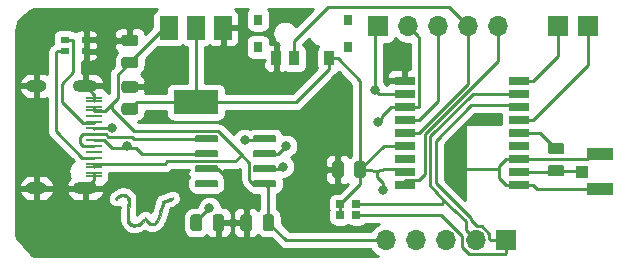
<source format=gbr>
G04 #@! TF.GenerationSoftware,KiCad,Pcbnew,5.1.5*
G04 #@! TF.CreationDate,2020-01-06T16:37:44-06:00*
G04 #@! TF.ProjectId,ATGM336H,4154474d-3333-4364-982e-6b696361645f,rev?*
G04 #@! TF.SameCoordinates,Original*
G04 #@! TF.FileFunction,Copper,L1,Top*
G04 #@! TF.FilePolarity,Positive*
%FSLAX46Y46*%
G04 Gerber Fmt 4.6, Leading zero omitted, Abs format (unit mm)*
G04 Created by KiCad (PCBNEW 5.1.5) date 2020-01-06 16:37:44*
%MOMM*%
%LPD*%
G04 APERTURE LIST*
%ADD10C,0.010000*%
%ADD11C,0.100000*%
%ADD12R,1.700000X1.700000*%
%ADD13O,1.700000X1.700000*%
%ADD14R,0.800000X0.900000*%
%ADD15R,0.900000X1.250000*%
%ADD16R,0.800000X0.500000*%
%ADD17R,0.700000X0.640000*%
%ADD18R,3.800000X2.000000*%
%ADD19R,1.500000X2.000000*%
%ADD20R,1.800000X0.800000*%
%ADD21R,2.200000X1.050000*%
%ADD22R,1.050000X1.000000*%
%ADD23O,2.100000X1.000000*%
%ADD24O,1.800000X1.000000*%
%ADD25R,1.400000X0.250000*%
%ADD26C,0.800000*%
%ADD27C,0.250000*%
%ADD28C,0.254000*%
G04 APERTURE END LIST*
D10*
G36*
X115119413Y-70079101D02*
G01*
X115302476Y-70171441D01*
X115438408Y-70305243D01*
X115445789Y-70316445D01*
X115484296Y-70386560D01*
X115505787Y-70461161D01*
X115512260Y-70561906D01*
X115505713Y-70710454D01*
X115494912Y-70849000D01*
X115481318Y-71057176D01*
X115470127Y-71315106D01*
X115462606Y-71587886D01*
X115460038Y-71809064D01*
X115460779Y-72041042D01*
X115465613Y-72205025D01*
X115476695Y-72317664D01*
X115496180Y-72395610D01*
X115526225Y-72455512D01*
X115547732Y-72486397D01*
X115633602Y-72571274D01*
X115747178Y-72611004D01*
X115820016Y-72619227D01*
X116067890Y-72600096D01*
X116295719Y-72502890D01*
X116509344Y-72324818D01*
X116564224Y-72263825D01*
X116668892Y-72150241D01*
X116759066Y-72068178D01*
X116816141Y-72034453D01*
X116818112Y-72034334D01*
X116873755Y-72067452D01*
X116947182Y-72151096D01*
X116979505Y-72198393D01*
X117126869Y-72389127D01*
X117276913Y-72503226D01*
X117424284Y-72539020D01*
X117563631Y-72494837D01*
X117657971Y-72410223D01*
X117738653Y-72301415D01*
X117808934Y-72173458D01*
X117876082Y-72009221D01*
X117947364Y-71791574D01*
X118005985Y-71589834D01*
X118065450Y-71379010D01*
X118127683Y-71159557D01*
X118181333Y-70971471D01*
X118192246Y-70933442D01*
X118271416Y-70658050D01*
X118699565Y-70494582D01*
X118917567Y-70415972D01*
X119065998Y-70373703D01*
X119151001Y-70366227D01*
X119172145Y-70375545D01*
X119202677Y-70434474D01*
X119169740Y-70494145D01*
X119067286Y-70559634D01*
X118889270Y-70636021D01*
X118839887Y-70654600D01*
X118680263Y-70716840D01*
X118549296Y-70773866D01*
X118469270Y-70815783D01*
X118458527Y-70823933D01*
X118430315Y-70880037D01*
X118386526Y-71001746D01*
X118332553Y-71172637D01*
X118273790Y-71376288D01*
X118257251Y-71436804D01*
X118146737Y-71818610D01*
X118040651Y-72123568D01*
X117934846Y-72359062D01*
X117825173Y-72532475D01*
X117707485Y-72651190D01*
X117577635Y-72722591D01*
X117526069Y-72738398D01*
X117352379Y-72741191D01*
X117168574Y-72674646D01*
X116996259Y-72547924D01*
X116942569Y-72490944D01*
X116791511Y-72314467D01*
X116621542Y-72491355D01*
X116437034Y-72657866D01*
X116253712Y-72760737D01*
X116040918Y-72814778D01*
X115926413Y-72827186D01*
X115768971Y-72833485D01*
X115659906Y-72817957D01*
X115564244Y-72773620D01*
X115522334Y-72746552D01*
X115394087Y-72618677D01*
X115302698Y-72431493D01*
X115247655Y-72181317D01*
X115228449Y-71864461D01*
X115244569Y-71477242D01*
X115289182Y-71063076D01*
X115317945Y-70811873D01*
X115325189Y-70628459D01*
X115307137Y-70497833D01*
X115260009Y-70404997D01*
X115180027Y-70334951D01*
X115093702Y-70287122D01*
X114948658Y-70242101D01*
X114810297Y-70260585D01*
X114662541Y-70347350D01*
X114546579Y-70449650D01*
X114451116Y-70535110D01*
X114388509Y-70565811D01*
X114336292Y-70551090D01*
X114323527Y-70542361D01*
X114276073Y-70497661D01*
X114282352Y-70448669D01*
X114320525Y-70389482D01*
X114429960Y-70276072D01*
X114582501Y-70169287D01*
X114747405Y-70086782D01*
X114893928Y-70046212D01*
X114920974Y-70044667D01*
X115119413Y-70079101D01*
G37*
X115119413Y-70079101D02*
X115302476Y-70171441D01*
X115438408Y-70305243D01*
X115445789Y-70316445D01*
X115484296Y-70386560D01*
X115505787Y-70461161D01*
X115512260Y-70561906D01*
X115505713Y-70710454D01*
X115494912Y-70849000D01*
X115481318Y-71057176D01*
X115470127Y-71315106D01*
X115462606Y-71587886D01*
X115460038Y-71809064D01*
X115460779Y-72041042D01*
X115465613Y-72205025D01*
X115476695Y-72317664D01*
X115496180Y-72395610D01*
X115526225Y-72455512D01*
X115547732Y-72486397D01*
X115633602Y-72571274D01*
X115747178Y-72611004D01*
X115820016Y-72619227D01*
X116067890Y-72600096D01*
X116295719Y-72502890D01*
X116509344Y-72324818D01*
X116564224Y-72263825D01*
X116668892Y-72150241D01*
X116759066Y-72068178D01*
X116816141Y-72034453D01*
X116818112Y-72034334D01*
X116873755Y-72067452D01*
X116947182Y-72151096D01*
X116979505Y-72198393D01*
X117126869Y-72389127D01*
X117276913Y-72503226D01*
X117424284Y-72539020D01*
X117563631Y-72494837D01*
X117657971Y-72410223D01*
X117738653Y-72301415D01*
X117808934Y-72173458D01*
X117876082Y-72009221D01*
X117947364Y-71791574D01*
X118005985Y-71589834D01*
X118065450Y-71379010D01*
X118127683Y-71159557D01*
X118181333Y-70971471D01*
X118192246Y-70933442D01*
X118271416Y-70658050D01*
X118699565Y-70494582D01*
X118917567Y-70415972D01*
X119065998Y-70373703D01*
X119151001Y-70366227D01*
X119172145Y-70375545D01*
X119202677Y-70434474D01*
X119169740Y-70494145D01*
X119067286Y-70559634D01*
X118889270Y-70636021D01*
X118839887Y-70654600D01*
X118680263Y-70716840D01*
X118549296Y-70773866D01*
X118469270Y-70815783D01*
X118458527Y-70823933D01*
X118430315Y-70880037D01*
X118386526Y-71001746D01*
X118332553Y-71172637D01*
X118273790Y-71376288D01*
X118257251Y-71436804D01*
X118146737Y-71818610D01*
X118040651Y-72123568D01*
X117934846Y-72359062D01*
X117825173Y-72532475D01*
X117707485Y-72651190D01*
X117577635Y-72722591D01*
X117526069Y-72738398D01*
X117352379Y-72741191D01*
X117168574Y-72674646D01*
X116996259Y-72547924D01*
X116942569Y-72490944D01*
X116791511Y-72314467D01*
X116621542Y-72491355D01*
X116437034Y-72657866D01*
X116253712Y-72760737D01*
X116040918Y-72814778D01*
X115926413Y-72827186D01*
X115768971Y-72833485D01*
X115659906Y-72817957D01*
X115564244Y-72773620D01*
X115522334Y-72746552D01*
X115394087Y-72618677D01*
X115302698Y-72431493D01*
X115247655Y-72181317D01*
X115228449Y-71864461D01*
X115244569Y-71477242D01*
X115289182Y-71063076D01*
X115317945Y-70811873D01*
X115325189Y-70628459D01*
X115307137Y-70497833D01*
X115260009Y-70404997D01*
X115180027Y-70334951D01*
X115093702Y-70287122D01*
X114948658Y-70242101D01*
X114810297Y-70260585D01*
X114662541Y-70347350D01*
X114546579Y-70449650D01*
X114451116Y-70535110D01*
X114388509Y-70565811D01*
X114336292Y-70551090D01*
X114323527Y-70542361D01*
X114276073Y-70497661D01*
X114282352Y-70448669D01*
X114320525Y-70389482D01*
X114429960Y-70276072D01*
X114582501Y-70169287D01*
X114747405Y-70086782D01*
X114893928Y-70046212D01*
X114920974Y-70044667D01*
X115119413Y-70079101D01*
G04 #@! TA.AperFunction,SMDPad,CuDef*
D11*
G36*
X115980142Y-56576174D02*
G01*
X116003803Y-56579684D01*
X116027007Y-56585496D01*
X116049529Y-56593554D01*
X116071153Y-56603782D01*
X116091670Y-56616079D01*
X116110883Y-56630329D01*
X116128607Y-56646393D01*
X116144671Y-56664117D01*
X116158921Y-56683330D01*
X116171218Y-56703847D01*
X116181446Y-56725471D01*
X116189504Y-56747993D01*
X116195316Y-56771197D01*
X116198826Y-56794858D01*
X116200000Y-56818750D01*
X116200000Y-57306250D01*
X116198826Y-57330142D01*
X116195316Y-57353803D01*
X116189504Y-57377007D01*
X116181446Y-57399529D01*
X116171218Y-57421153D01*
X116158921Y-57441670D01*
X116144671Y-57460883D01*
X116128607Y-57478607D01*
X116110883Y-57494671D01*
X116091670Y-57508921D01*
X116071153Y-57521218D01*
X116049529Y-57531446D01*
X116027007Y-57539504D01*
X116003803Y-57545316D01*
X115980142Y-57548826D01*
X115956250Y-57550000D01*
X115043750Y-57550000D01*
X115019858Y-57548826D01*
X114996197Y-57545316D01*
X114972993Y-57539504D01*
X114950471Y-57531446D01*
X114928847Y-57521218D01*
X114908330Y-57508921D01*
X114889117Y-57494671D01*
X114871393Y-57478607D01*
X114855329Y-57460883D01*
X114841079Y-57441670D01*
X114828782Y-57421153D01*
X114818554Y-57399529D01*
X114810496Y-57377007D01*
X114804684Y-57353803D01*
X114801174Y-57330142D01*
X114800000Y-57306250D01*
X114800000Y-56818750D01*
X114801174Y-56794858D01*
X114804684Y-56771197D01*
X114810496Y-56747993D01*
X114818554Y-56725471D01*
X114828782Y-56703847D01*
X114841079Y-56683330D01*
X114855329Y-56664117D01*
X114871393Y-56646393D01*
X114889117Y-56630329D01*
X114908330Y-56616079D01*
X114928847Y-56603782D01*
X114950471Y-56593554D01*
X114972993Y-56585496D01*
X114996197Y-56579684D01*
X115019858Y-56576174D01*
X115043750Y-56575000D01*
X115956250Y-56575000D01*
X115980142Y-56576174D01*
G37*
G04 #@! TD.AperFunction*
G04 #@! TA.AperFunction,SMDPad,CuDef*
G36*
X115980142Y-58451174D02*
G01*
X116003803Y-58454684D01*
X116027007Y-58460496D01*
X116049529Y-58468554D01*
X116071153Y-58478782D01*
X116091670Y-58491079D01*
X116110883Y-58505329D01*
X116128607Y-58521393D01*
X116144671Y-58539117D01*
X116158921Y-58558330D01*
X116171218Y-58578847D01*
X116181446Y-58600471D01*
X116189504Y-58622993D01*
X116195316Y-58646197D01*
X116198826Y-58669858D01*
X116200000Y-58693750D01*
X116200000Y-59181250D01*
X116198826Y-59205142D01*
X116195316Y-59228803D01*
X116189504Y-59252007D01*
X116181446Y-59274529D01*
X116171218Y-59296153D01*
X116158921Y-59316670D01*
X116144671Y-59335883D01*
X116128607Y-59353607D01*
X116110883Y-59369671D01*
X116091670Y-59383921D01*
X116071153Y-59396218D01*
X116049529Y-59406446D01*
X116027007Y-59414504D01*
X116003803Y-59420316D01*
X115980142Y-59423826D01*
X115956250Y-59425000D01*
X115043750Y-59425000D01*
X115019858Y-59423826D01*
X114996197Y-59420316D01*
X114972993Y-59414504D01*
X114950471Y-59406446D01*
X114928847Y-59396218D01*
X114908330Y-59383921D01*
X114889117Y-59369671D01*
X114871393Y-59353607D01*
X114855329Y-59335883D01*
X114841079Y-59316670D01*
X114828782Y-59296153D01*
X114818554Y-59274529D01*
X114810496Y-59252007D01*
X114804684Y-59228803D01*
X114801174Y-59205142D01*
X114800000Y-59181250D01*
X114800000Y-58693750D01*
X114801174Y-58669858D01*
X114804684Y-58646197D01*
X114810496Y-58622993D01*
X114818554Y-58600471D01*
X114828782Y-58578847D01*
X114841079Y-58558330D01*
X114855329Y-58539117D01*
X114871393Y-58521393D01*
X114889117Y-58505329D01*
X114908330Y-58491079D01*
X114928847Y-58478782D01*
X114950471Y-58468554D01*
X114972993Y-58460496D01*
X114996197Y-58454684D01*
X115019858Y-58451174D01*
X115043750Y-58450000D01*
X115956250Y-58450000D01*
X115980142Y-58451174D01*
G37*
G04 #@! TD.AperFunction*
G04 #@! TA.AperFunction,SMDPad,CuDef*
G36*
X115980142Y-62388674D02*
G01*
X116003803Y-62392184D01*
X116027007Y-62397996D01*
X116049529Y-62406054D01*
X116071153Y-62416282D01*
X116091670Y-62428579D01*
X116110883Y-62442829D01*
X116128607Y-62458893D01*
X116144671Y-62476617D01*
X116158921Y-62495830D01*
X116171218Y-62516347D01*
X116181446Y-62537971D01*
X116189504Y-62560493D01*
X116195316Y-62583697D01*
X116198826Y-62607358D01*
X116200000Y-62631250D01*
X116200000Y-63118750D01*
X116198826Y-63142642D01*
X116195316Y-63166303D01*
X116189504Y-63189507D01*
X116181446Y-63212029D01*
X116171218Y-63233653D01*
X116158921Y-63254170D01*
X116144671Y-63273383D01*
X116128607Y-63291107D01*
X116110883Y-63307171D01*
X116091670Y-63321421D01*
X116071153Y-63333718D01*
X116049529Y-63343946D01*
X116027007Y-63352004D01*
X116003803Y-63357816D01*
X115980142Y-63361326D01*
X115956250Y-63362500D01*
X115043750Y-63362500D01*
X115019858Y-63361326D01*
X114996197Y-63357816D01*
X114972993Y-63352004D01*
X114950471Y-63343946D01*
X114928847Y-63333718D01*
X114908330Y-63321421D01*
X114889117Y-63307171D01*
X114871393Y-63291107D01*
X114855329Y-63273383D01*
X114841079Y-63254170D01*
X114828782Y-63233653D01*
X114818554Y-63212029D01*
X114810496Y-63189507D01*
X114804684Y-63166303D01*
X114801174Y-63142642D01*
X114800000Y-63118750D01*
X114800000Y-62631250D01*
X114801174Y-62607358D01*
X114804684Y-62583697D01*
X114810496Y-62560493D01*
X114818554Y-62537971D01*
X114828782Y-62516347D01*
X114841079Y-62495830D01*
X114855329Y-62476617D01*
X114871393Y-62458893D01*
X114889117Y-62442829D01*
X114908330Y-62428579D01*
X114928847Y-62416282D01*
X114950471Y-62406054D01*
X114972993Y-62397996D01*
X114996197Y-62392184D01*
X115019858Y-62388674D01*
X115043750Y-62387500D01*
X115956250Y-62387500D01*
X115980142Y-62388674D01*
G37*
G04 #@! TD.AperFunction*
G04 #@! TA.AperFunction,SMDPad,CuDef*
G36*
X115980142Y-60513674D02*
G01*
X116003803Y-60517184D01*
X116027007Y-60522996D01*
X116049529Y-60531054D01*
X116071153Y-60541282D01*
X116091670Y-60553579D01*
X116110883Y-60567829D01*
X116128607Y-60583893D01*
X116144671Y-60601617D01*
X116158921Y-60620830D01*
X116171218Y-60641347D01*
X116181446Y-60662971D01*
X116189504Y-60685493D01*
X116195316Y-60708697D01*
X116198826Y-60732358D01*
X116200000Y-60756250D01*
X116200000Y-61243750D01*
X116198826Y-61267642D01*
X116195316Y-61291303D01*
X116189504Y-61314507D01*
X116181446Y-61337029D01*
X116171218Y-61358653D01*
X116158921Y-61379170D01*
X116144671Y-61398383D01*
X116128607Y-61416107D01*
X116110883Y-61432171D01*
X116091670Y-61446421D01*
X116071153Y-61458718D01*
X116049529Y-61468946D01*
X116027007Y-61477004D01*
X116003803Y-61482816D01*
X115980142Y-61486326D01*
X115956250Y-61487500D01*
X115043750Y-61487500D01*
X115019858Y-61486326D01*
X114996197Y-61482816D01*
X114972993Y-61477004D01*
X114950471Y-61468946D01*
X114928847Y-61458718D01*
X114908330Y-61446421D01*
X114889117Y-61432171D01*
X114871393Y-61416107D01*
X114855329Y-61398383D01*
X114841079Y-61379170D01*
X114828782Y-61358653D01*
X114818554Y-61337029D01*
X114810496Y-61314507D01*
X114804684Y-61291303D01*
X114801174Y-61267642D01*
X114800000Y-61243750D01*
X114800000Y-60756250D01*
X114801174Y-60732358D01*
X114804684Y-60708697D01*
X114810496Y-60685493D01*
X114818554Y-60662971D01*
X114828782Y-60641347D01*
X114841079Y-60620830D01*
X114855329Y-60601617D01*
X114871393Y-60583893D01*
X114889117Y-60567829D01*
X114908330Y-60553579D01*
X114928847Y-60541282D01*
X114950471Y-60531054D01*
X114972993Y-60522996D01*
X114996197Y-60517184D01*
X115019858Y-60513674D01*
X115043750Y-60512500D01*
X115956250Y-60512500D01*
X115980142Y-60513674D01*
G37*
G04 #@! TD.AperFunction*
G04 #@! TA.AperFunction,SMDPad,CuDef*
G36*
X121392642Y-71801174D02*
G01*
X121416303Y-71804684D01*
X121439507Y-71810496D01*
X121462029Y-71818554D01*
X121483653Y-71828782D01*
X121504170Y-71841079D01*
X121523383Y-71855329D01*
X121541107Y-71871393D01*
X121557171Y-71889117D01*
X121571421Y-71908330D01*
X121583718Y-71928847D01*
X121593946Y-71950471D01*
X121602004Y-71972993D01*
X121607816Y-71996197D01*
X121611326Y-72019858D01*
X121612500Y-72043750D01*
X121612500Y-72956250D01*
X121611326Y-72980142D01*
X121607816Y-73003803D01*
X121602004Y-73027007D01*
X121593946Y-73049529D01*
X121583718Y-73071153D01*
X121571421Y-73091670D01*
X121557171Y-73110883D01*
X121541107Y-73128607D01*
X121523383Y-73144671D01*
X121504170Y-73158921D01*
X121483653Y-73171218D01*
X121462029Y-73181446D01*
X121439507Y-73189504D01*
X121416303Y-73195316D01*
X121392642Y-73198826D01*
X121368750Y-73200000D01*
X120881250Y-73200000D01*
X120857358Y-73198826D01*
X120833697Y-73195316D01*
X120810493Y-73189504D01*
X120787971Y-73181446D01*
X120766347Y-73171218D01*
X120745830Y-73158921D01*
X120726617Y-73144671D01*
X120708893Y-73128607D01*
X120692829Y-73110883D01*
X120678579Y-73091670D01*
X120666282Y-73071153D01*
X120656054Y-73049529D01*
X120647996Y-73027007D01*
X120642184Y-73003803D01*
X120638674Y-72980142D01*
X120637500Y-72956250D01*
X120637500Y-72043750D01*
X120638674Y-72019858D01*
X120642184Y-71996197D01*
X120647996Y-71972993D01*
X120656054Y-71950471D01*
X120666282Y-71928847D01*
X120678579Y-71908330D01*
X120692829Y-71889117D01*
X120708893Y-71871393D01*
X120726617Y-71855329D01*
X120745830Y-71841079D01*
X120766347Y-71828782D01*
X120787971Y-71818554D01*
X120810493Y-71810496D01*
X120833697Y-71804684D01*
X120857358Y-71801174D01*
X120881250Y-71800000D01*
X121368750Y-71800000D01*
X121392642Y-71801174D01*
G37*
G04 #@! TD.AperFunction*
G04 #@! TA.AperFunction,SMDPad,CuDef*
G36*
X123267642Y-71801174D02*
G01*
X123291303Y-71804684D01*
X123314507Y-71810496D01*
X123337029Y-71818554D01*
X123358653Y-71828782D01*
X123379170Y-71841079D01*
X123398383Y-71855329D01*
X123416107Y-71871393D01*
X123432171Y-71889117D01*
X123446421Y-71908330D01*
X123458718Y-71928847D01*
X123468946Y-71950471D01*
X123477004Y-71972993D01*
X123482816Y-71996197D01*
X123486326Y-72019858D01*
X123487500Y-72043750D01*
X123487500Y-72956250D01*
X123486326Y-72980142D01*
X123482816Y-73003803D01*
X123477004Y-73027007D01*
X123468946Y-73049529D01*
X123458718Y-73071153D01*
X123446421Y-73091670D01*
X123432171Y-73110883D01*
X123416107Y-73128607D01*
X123398383Y-73144671D01*
X123379170Y-73158921D01*
X123358653Y-73171218D01*
X123337029Y-73181446D01*
X123314507Y-73189504D01*
X123291303Y-73195316D01*
X123267642Y-73198826D01*
X123243750Y-73200000D01*
X122756250Y-73200000D01*
X122732358Y-73198826D01*
X122708697Y-73195316D01*
X122685493Y-73189504D01*
X122662971Y-73181446D01*
X122641347Y-73171218D01*
X122620830Y-73158921D01*
X122601617Y-73144671D01*
X122583893Y-73128607D01*
X122567829Y-73110883D01*
X122553579Y-73091670D01*
X122541282Y-73071153D01*
X122531054Y-73049529D01*
X122522996Y-73027007D01*
X122517184Y-73003803D01*
X122513674Y-72980142D01*
X122512500Y-72956250D01*
X122512500Y-72043750D01*
X122513674Y-72019858D01*
X122517184Y-71996197D01*
X122522996Y-71972993D01*
X122531054Y-71950471D01*
X122541282Y-71928847D01*
X122553579Y-71908330D01*
X122567829Y-71889117D01*
X122583893Y-71871393D01*
X122601617Y-71855329D01*
X122620830Y-71841079D01*
X122641347Y-71828782D01*
X122662971Y-71818554D01*
X122685493Y-71810496D01*
X122708697Y-71804684D01*
X122732358Y-71801174D01*
X122756250Y-71800000D01*
X123243750Y-71800000D01*
X123267642Y-71801174D01*
G37*
G04 #@! TD.AperFunction*
G04 #@! TA.AperFunction,SMDPad,CuDef*
G36*
X127505142Y-71801174D02*
G01*
X127528803Y-71804684D01*
X127552007Y-71810496D01*
X127574529Y-71818554D01*
X127596153Y-71828782D01*
X127616670Y-71841079D01*
X127635883Y-71855329D01*
X127653607Y-71871393D01*
X127669671Y-71889117D01*
X127683921Y-71908330D01*
X127696218Y-71928847D01*
X127706446Y-71950471D01*
X127714504Y-71972993D01*
X127720316Y-71996197D01*
X127723826Y-72019858D01*
X127725000Y-72043750D01*
X127725000Y-72956250D01*
X127723826Y-72980142D01*
X127720316Y-73003803D01*
X127714504Y-73027007D01*
X127706446Y-73049529D01*
X127696218Y-73071153D01*
X127683921Y-73091670D01*
X127669671Y-73110883D01*
X127653607Y-73128607D01*
X127635883Y-73144671D01*
X127616670Y-73158921D01*
X127596153Y-73171218D01*
X127574529Y-73181446D01*
X127552007Y-73189504D01*
X127528803Y-73195316D01*
X127505142Y-73198826D01*
X127481250Y-73200000D01*
X126993750Y-73200000D01*
X126969858Y-73198826D01*
X126946197Y-73195316D01*
X126922993Y-73189504D01*
X126900471Y-73181446D01*
X126878847Y-73171218D01*
X126858330Y-73158921D01*
X126839117Y-73144671D01*
X126821393Y-73128607D01*
X126805329Y-73110883D01*
X126791079Y-73091670D01*
X126778782Y-73071153D01*
X126768554Y-73049529D01*
X126760496Y-73027007D01*
X126754684Y-73003803D01*
X126751174Y-72980142D01*
X126750000Y-72956250D01*
X126750000Y-72043750D01*
X126751174Y-72019858D01*
X126754684Y-71996197D01*
X126760496Y-71972993D01*
X126768554Y-71950471D01*
X126778782Y-71928847D01*
X126791079Y-71908330D01*
X126805329Y-71889117D01*
X126821393Y-71871393D01*
X126839117Y-71855329D01*
X126858330Y-71841079D01*
X126878847Y-71828782D01*
X126900471Y-71818554D01*
X126922993Y-71810496D01*
X126946197Y-71804684D01*
X126969858Y-71801174D01*
X126993750Y-71800000D01*
X127481250Y-71800000D01*
X127505142Y-71801174D01*
G37*
G04 #@! TD.AperFunction*
G04 #@! TA.AperFunction,SMDPad,CuDef*
G36*
X125630142Y-71801174D02*
G01*
X125653803Y-71804684D01*
X125677007Y-71810496D01*
X125699529Y-71818554D01*
X125721153Y-71828782D01*
X125741670Y-71841079D01*
X125760883Y-71855329D01*
X125778607Y-71871393D01*
X125794671Y-71889117D01*
X125808921Y-71908330D01*
X125821218Y-71928847D01*
X125831446Y-71950471D01*
X125839504Y-71972993D01*
X125845316Y-71996197D01*
X125848826Y-72019858D01*
X125850000Y-72043750D01*
X125850000Y-72956250D01*
X125848826Y-72980142D01*
X125845316Y-73003803D01*
X125839504Y-73027007D01*
X125831446Y-73049529D01*
X125821218Y-73071153D01*
X125808921Y-73091670D01*
X125794671Y-73110883D01*
X125778607Y-73128607D01*
X125760883Y-73144671D01*
X125741670Y-73158921D01*
X125721153Y-73171218D01*
X125699529Y-73181446D01*
X125677007Y-73189504D01*
X125653803Y-73195316D01*
X125630142Y-73198826D01*
X125606250Y-73200000D01*
X125118750Y-73200000D01*
X125094858Y-73198826D01*
X125071197Y-73195316D01*
X125047993Y-73189504D01*
X125025471Y-73181446D01*
X125003847Y-73171218D01*
X124983330Y-73158921D01*
X124964117Y-73144671D01*
X124946393Y-73128607D01*
X124930329Y-73110883D01*
X124916079Y-73091670D01*
X124903782Y-73071153D01*
X124893554Y-73049529D01*
X124885496Y-73027007D01*
X124879684Y-73003803D01*
X124876174Y-72980142D01*
X124875000Y-72956250D01*
X124875000Y-72043750D01*
X124876174Y-72019858D01*
X124879684Y-71996197D01*
X124885496Y-71972993D01*
X124893554Y-71950471D01*
X124903782Y-71928847D01*
X124916079Y-71908330D01*
X124930329Y-71889117D01*
X124946393Y-71871393D01*
X124964117Y-71855329D01*
X124983330Y-71841079D01*
X125003847Y-71828782D01*
X125025471Y-71818554D01*
X125047993Y-71810496D01*
X125071197Y-71804684D01*
X125094858Y-71801174D01*
X125118750Y-71800000D01*
X125606250Y-71800000D01*
X125630142Y-71801174D01*
G37*
G04 #@! TD.AperFunction*
G04 #@! TA.AperFunction,SMDPad,CuDef*
G36*
X135267642Y-67301174D02*
G01*
X135291303Y-67304684D01*
X135314507Y-67310496D01*
X135337029Y-67318554D01*
X135358653Y-67328782D01*
X135379170Y-67341079D01*
X135398383Y-67355329D01*
X135416107Y-67371393D01*
X135432171Y-67389117D01*
X135446421Y-67408330D01*
X135458718Y-67428847D01*
X135468946Y-67450471D01*
X135477004Y-67472993D01*
X135482816Y-67496197D01*
X135486326Y-67519858D01*
X135487500Y-67543750D01*
X135487500Y-68456250D01*
X135486326Y-68480142D01*
X135482816Y-68503803D01*
X135477004Y-68527007D01*
X135468946Y-68549529D01*
X135458718Y-68571153D01*
X135446421Y-68591670D01*
X135432171Y-68610883D01*
X135416107Y-68628607D01*
X135398383Y-68644671D01*
X135379170Y-68658921D01*
X135358653Y-68671218D01*
X135337029Y-68681446D01*
X135314507Y-68689504D01*
X135291303Y-68695316D01*
X135267642Y-68698826D01*
X135243750Y-68700000D01*
X134756250Y-68700000D01*
X134732358Y-68698826D01*
X134708697Y-68695316D01*
X134685493Y-68689504D01*
X134662971Y-68681446D01*
X134641347Y-68671218D01*
X134620830Y-68658921D01*
X134601617Y-68644671D01*
X134583893Y-68628607D01*
X134567829Y-68610883D01*
X134553579Y-68591670D01*
X134541282Y-68571153D01*
X134531054Y-68549529D01*
X134522996Y-68527007D01*
X134517184Y-68503803D01*
X134513674Y-68480142D01*
X134512500Y-68456250D01*
X134512500Y-67543750D01*
X134513674Y-67519858D01*
X134517184Y-67496197D01*
X134522996Y-67472993D01*
X134531054Y-67450471D01*
X134541282Y-67428847D01*
X134553579Y-67408330D01*
X134567829Y-67389117D01*
X134583893Y-67371393D01*
X134601617Y-67355329D01*
X134620830Y-67341079D01*
X134641347Y-67328782D01*
X134662971Y-67318554D01*
X134685493Y-67310496D01*
X134708697Y-67304684D01*
X134732358Y-67301174D01*
X134756250Y-67300000D01*
X135243750Y-67300000D01*
X135267642Y-67301174D01*
G37*
G04 #@! TD.AperFunction*
G04 #@! TA.AperFunction,SMDPad,CuDef*
G36*
X133392642Y-67301174D02*
G01*
X133416303Y-67304684D01*
X133439507Y-67310496D01*
X133462029Y-67318554D01*
X133483653Y-67328782D01*
X133504170Y-67341079D01*
X133523383Y-67355329D01*
X133541107Y-67371393D01*
X133557171Y-67389117D01*
X133571421Y-67408330D01*
X133583718Y-67428847D01*
X133593946Y-67450471D01*
X133602004Y-67472993D01*
X133607816Y-67496197D01*
X133611326Y-67519858D01*
X133612500Y-67543750D01*
X133612500Y-68456250D01*
X133611326Y-68480142D01*
X133607816Y-68503803D01*
X133602004Y-68527007D01*
X133593946Y-68549529D01*
X133583718Y-68571153D01*
X133571421Y-68591670D01*
X133557171Y-68610883D01*
X133541107Y-68628607D01*
X133523383Y-68644671D01*
X133504170Y-68658921D01*
X133483653Y-68671218D01*
X133462029Y-68681446D01*
X133439507Y-68689504D01*
X133416303Y-68695316D01*
X133392642Y-68698826D01*
X133368750Y-68700000D01*
X132881250Y-68700000D01*
X132857358Y-68698826D01*
X132833697Y-68695316D01*
X132810493Y-68689504D01*
X132787971Y-68681446D01*
X132766347Y-68671218D01*
X132745830Y-68658921D01*
X132726617Y-68644671D01*
X132708893Y-68628607D01*
X132692829Y-68610883D01*
X132678579Y-68591670D01*
X132666282Y-68571153D01*
X132656054Y-68549529D01*
X132647996Y-68527007D01*
X132642184Y-68503803D01*
X132638674Y-68480142D01*
X132637500Y-68456250D01*
X132637500Y-67543750D01*
X132638674Y-67519858D01*
X132642184Y-67496197D01*
X132647996Y-67472993D01*
X132656054Y-67450471D01*
X132666282Y-67428847D01*
X132678579Y-67408330D01*
X132692829Y-67389117D01*
X132708893Y-67371393D01*
X132726617Y-67355329D01*
X132745830Y-67341079D01*
X132766347Y-67328782D01*
X132787971Y-67318554D01*
X132810493Y-67310496D01*
X132833697Y-67304684D01*
X132857358Y-67301174D01*
X132881250Y-67300000D01*
X133368750Y-67300000D01*
X133392642Y-67301174D01*
G37*
G04 #@! TD.AperFunction*
D12*
X147320000Y-74000000D03*
D13*
X144780000Y-74000000D03*
X142240000Y-74000000D03*
X139700000Y-74000000D03*
X137160000Y-74000000D03*
X146660000Y-55880000D03*
X144120000Y-55880000D03*
X141580000Y-55880000D03*
X139040000Y-55880000D03*
D12*
X136500000Y-55880000D03*
X154279600Y-55880000D03*
X151739600Y-55880000D03*
G04 #@! TA.AperFunction,SMDPad,CuDef*
D11*
G36*
X152080142Y-65738674D02*
G01*
X152103803Y-65742184D01*
X152127007Y-65747996D01*
X152149529Y-65756054D01*
X152171153Y-65766282D01*
X152191670Y-65778579D01*
X152210883Y-65792829D01*
X152228607Y-65808893D01*
X152244671Y-65826617D01*
X152258921Y-65845830D01*
X152271218Y-65866347D01*
X152281446Y-65887971D01*
X152289504Y-65910493D01*
X152295316Y-65933697D01*
X152298826Y-65957358D01*
X152300000Y-65981250D01*
X152300000Y-66468750D01*
X152298826Y-66492642D01*
X152295316Y-66516303D01*
X152289504Y-66539507D01*
X152281446Y-66562029D01*
X152271218Y-66583653D01*
X152258921Y-66604170D01*
X152244671Y-66623383D01*
X152228607Y-66641107D01*
X152210883Y-66657171D01*
X152191670Y-66671421D01*
X152171153Y-66683718D01*
X152149529Y-66693946D01*
X152127007Y-66702004D01*
X152103803Y-66707816D01*
X152080142Y-66711326D01*
X152056250Y-66712500D01*
X151143750Y-66712500D01*
X151119858Y-66711326D01*
X151096197Y-66707816D01*
X151072993Y-66702004D01*
X151050471Y-66693946D01*
X151028847Y-66683718D01*
X151008330Y-66671421D01*
X150989117Y-66657171D01*
X150971393Y-66641107D01*
X150955329Y-66623383D01*
X150941079Y-66604170D01*
X150928782Y-66583653D01*
X150918554Y-66562029D01*
X150910496Y-66539507D01*
X150904684Y-66516303D01*
X150901174Y-66492642D01*
X150900000Y-66468750D01*
X150900000Y-65981250D01*
X150901174Y-65957358D01*
X150904684Y-65933697D01*
X150910496Y-65910493D01*
X150918554Y-65887971D01*
X150928782Y-65866347D01*
X150941079Y-65845830D01*
X150955329Y-65826617D01*
X150971393Y-65808893D01*
X150989117Y-65792829D01*
X151008330Y-65778579D01*
X151028847Y-65766282D01*
X151050471Y-65756054D01*
X151072993Y-65747996D01*
X151096197Y-65742184D01*
X151119858Y-65738674D01*
X151143750Y-65737500D01*
X152056250Y-65737500D01*
X152080142Y-65738674D01*
G37*
G04 #@! TD.AperFunction*
G04 #@! TA.AperFunction,SMDPad,CuDef*
G36*
X152080142Y-67613674D02*
G01*
X152103803Y-67617184D01*
X152127007Y-67622996D01*
X152149529Y-67631054D01*
X152171153Y-67641282D01*
X152191670Y-67653579D01*
X152210883Y-67667829D01*
X152228607Y-67683893D01*
X152244671Y-67701617D01*
X152258921Y-67720830D01*
X152271218Y-67741347D01*
X152281446Y-67762971D01*
X152289504Y-67785493D01*
X152295316Y-67808697D01*
X152298826Y-67832358D01*
X152300000Y-67856250D01*
X152300000Y-68343750D01*
X152298826Y-68367642D01*
X152295316Y-68391303D01*
X152289504Y-68414507D01*
X152281446Y-68437029D01*
X152271218Y-68458653D01*
X152258921Y-68479170D01*
X152244671Y-68498383D01*
X152228607Y-68516107D01*
X152210883Y-68532171D01*
X152191670Y-68546421D01*
X152171153Y-68558718D01*
X152149529Y-68568946D01*
X152127007Y-68577004D01*
X152103803Y-68582816D01*
X152080142Y-68586326D01*
X152056250Y-68587500D01*
X151143750Y-68587500D01*
X151119858Y-68586326D01*
X151096197Y-68582816D01*
X151072993Y-68577004D01*
X151050471Y-68568946D01*
X151028847Y-68558718D01*
X151008330Y-68546421D01*
X150989117Y-68532171D01*
X150971393Y-68516107D01*
X150955329Y-68498383D01*
X150941079Y-68479170D01*
X150928782Y-68458653D01*
X150918554Y-68437029D01*
X150910496Y-68414507D01*
X150904684Y-68391303D01*
X150901174Y-68367642D01*
X150900000Y-68343750D01*
X150900000Y-67856250D01*
X150901174Y-67832358D01*
X150904684Y-67808697D01*
X150910496Y-67785493D01*
X150918554Y-67762971D01*
X150928782Y-67741347D01*
X150941079Y-67720830D01*
X150955329Y-67701617D01*
X150971393Y-67683893D01*
X150989117Y-67667829D01*
X151008330Y-67653579D01*
X151028847Y-67641282D01*
X151050471Y-67631054D01*
X151072993Y-67622996D01*
X151096197Y-67617184D01*
X151119858Y-67613674D01*
X151143750Y-67612500D01*
X152056250Y-67612500D01*
X152080142Y-67613674D01*
G37*
G04 #@! TD.AperFunction*
D14*
X126350000Y-55325000D03*
X133950000Y-55325000D03*
X133960000Y-57625000D03*
X126350000Y-57625000D03*
D15*
X127900000Y-58600000D03*
X129400000Y-58600000D03*
X132400000Y-58600000D03*
D16*
X110000000Y-57000000D03*
X110000000Y-58000000D03*
X111800000Y-58000000D03*
X111800000Y-57000000D03*
D17*
X134700000Y-70930000D03*
X134700000Y-71870000D03*
X133300000Y-71870000D03*
X133300000Y-70930000D03*
G04 #@! TA.AperFunction,SMDPad,CuDef*
D11*
G36*
X122824703Y-65105722D02*
G01*
X122839264Y-65107882D01*
X122853543Y-65111459D01*
X122867403Y-65116418D01*
X122880710Y-65122712D01*
X122893336Y-65130280D01*
X122905159Y-65139048D01*
X122916066Y-65148934D01*
X122925952Y-65159841D01*
X122934720Y-65171664D01*
X122942288Y-65184290D01*
X122948582Y-65197597D01*
X122953541Y-65211457D01*
X122957118Y-65225736D01*
X122959278Y-65240297D01*
X122960000Y-65255000D01*
X122960000Y-65555000D01*
X122959278Y-65569703D01*
X122957118Y-65584264D01*
X122953541Y-65598543D01*
X122948582Y-65612403D01*
X122942288Y-65625710D01*
X122934720Y-65638336D01*
X122925952Y-65650159D01*
X122916066Y-65661066D01*
X122905159Y-65670952D01*
X122893336Y-65679720D01*
X122880710Y-65687288D01*
X122867403Y-65693582D01*
X122853543Y-65698541D01*
X122839264Y-65702118D01*
X122824703Y-65704278D01*
X122810000Y-65705000D01*
X121160000Y-65705000D01*
X121145297Y-65704278D01*
X121130736Y-65702118D01*
X121116457Y-65698541D01*
X121102597Y-65693582D01*
X121089290Y-65687288D01*
X121076664Y-65679720D01*
X121064841Y-65670952D01*
X121053934Y-65661066D01*
X121044048Y-65650159D01*
X121035280Y-65638336D01*
X121027712Y-65625710D01*
X121021418Y-65612403D01*
X121016459Y-65598543D01*
X121012882Y-65584264D01*
X121010722Y-65569703D01*
X121010000Y-65555000D01*
X121010000Y-65255000D01*
X121010722Y-65240297D01*
X121012882Y-65225736D01*
X121016459Y-65211457D01*
X121021418Y-65197597D01*
X121027712Y-65184290D01*
X121035280Y-65171664D01*
X121044048Y-65159841D01*
X121053934Y-65148934D01*
X121064841Y-65139048D01*
X121076664Y-65130280D01*
X121089290Y-65122712D01*
X121102597Y-65116418D01*
X121116457Y-65111459D01*
X121130736Y-65107882D01*
X121145297Y-65105722D01*
X121160000Y-65105000D01*
X122810000Y-65105000D01*
X122824703Y-65105722D01*
G37*
G04 #@! TD.AperFunction*
G04 #@! TA.AperFunction,SMDPad,CuDef*
G36*
X122824703Y-66375722D02*
G01*
X122839264Y-66377882D01*
X122853543Y-66381459D01*
X122867403Y-66386418D01*
X122880710Y-66392712D01*
X122893336Y-66400280D01*
X122905159Y-66409048D01*
X122916066Y-66418934D01*
X122925952Y-66429841D01*
X122934720Y-66441664D01*
X122942288Y-66454290D01*
X122948582Y-66467597D01*
X122953541Y-66481457D01*
X122957118Y-66495736D01*
X122959278Y-66510297D01*
X122960000Y-66525000D01*
X122960000Y-66825000D01*
X122959278Y-66839703D01*
X122957118Y-66854264D01*
X122953541Y-66868543D01*
X122948582Y-66882403D01*
X122942288Y-66895710D01*
X122934720Y-66908336D01*
X122925952Y-66920159D01*
X122916066Y-66931066D01*
X122905159Y-66940952D01*
X122893336Y-66949720D01*
X122880710Y-66957288D01*
X122867403Y-66963582D01*
X122853543Y-66968541D01*
X122839264Y-66972118D01*
X122824703Y-66974278D01*
X122810000Y-66975000D01*
X121160000Y-66975000D01*
X121145297Y-66974278D01*
X121130736Y-66972118D01*
X121116457Y-66968541D01*
X121102597Y-66963582D01*
X121089290Y-66957288D01*
X121076664Y-66949720D01*
X121064841Y-66940952D01*
X121053934Y-66931066D01*
X121044048Y-66920159D01*
X121035280Y-66908336D01*
X121027712Y-66895710D01*
X121021418Y-66882403D01*
X121016459Y-66868543D01*
X121012882Y-66854264D01*
X121010722Y-66839703D01*
X121010000Y-66825000D01*
X121010000Y-66525000D01*
X121010722Y-66510297D01*
X121012882Y-66495736D01*
X121016459Y-66481457D01*
X121021418Y-66467597D01*
X121027712Y-66454290D01*
X121035280Y-66441664D01*
X121044048Y-66429841D01*
X121053934Y-66418934D01*
X121064841Y-66409048D01*
X121076664Y-66400280D01*
X121089290Y-66392712D01*
X121102597Y-66386418D01*
X121116457Y-66381459D01*
X121130736Y-66377882D01*
X121145297Y-66375722D01*
X121160000Y-66375000D01*
X122810000Y-66375000D01*
X122824703Y-66375722D01*
G37*
G04 #@! TD.AperFunction*
G04 #@! TA.AperFunction,SMDPad,CuDef*
G36*
X122824703Y-67645722D02*
G01*
X122839264Y-67647882D01*
X122853543Y-67651459D01*
X122867403Y-67656418D01*
X122880710Y-67662712D01*
X122893336Y-67670280D01*
X122905159Y-67679048D01*
X122916066Y-67688934D01*
X122925952Y-67699841D01*
X122934720Y-67711664D01*
X122942288Y-67724290D01*
X122948582Y-67737597D01*
X122953541Y-67751457D01*
X122957118Y-67765736D01*
X122959278Y-67780297D01*
X122960000Y-67795000D01*
X122960000Y-68095000D01*
X122959278Y-68109703D01*
X122957118Y-68124264D01*
X122953541Y-68138543D01*
X122948582Y-68152403D01*
X122942288Y-68165710D01*
X122934720Y-68178336D01*
X122925952Y-68190159D01*
X122916066Y-68201066D01*
X122905159Y-68210952D01*
X122893336Y-68219720D01*
X122880710Y-68227288D01*
X122867403Y-68233582D01*
X122853543Y-68238541D01*
X122839264Y-68242118D01*
X122824703Y-68244278D01*
X122810000Y-68245000D01*
X121160000Y-68245000D01*
X121145297Y-68244278D01*
X121130736Y-68242118D01*
X121116457Y-68238541D01*
X121102597Y-68233582D01*
X121089290Y-68227288D01*
X121076664Y-68219720D01*
X121064841Y-68210952D01*
X121053934Y-68201066D01*
X121044048Y-68190159D01*
X121035280Y-68178336D01*
X121027712Y-68165710D01*
X121021418Y-68152403D01*
X121016459Y-68138543D01*
X121012882Y-68124264D01*
X121010722Y-68109703D01*
X121010000Y-68095000D01*
X121010000Y-67795000D01*
X121010722Y-67780297D01*
X121012882Y-67765736D01*
X121016459Y-67751457D01*
X121021418Y-67737597D01*
X121027712Y-67724290D01*
X121035280Y-67711664D01*
X121044048Y-67699841D01*
X121053934Y-67688934D01*
X121064841Y-67679048D01*
X121076664Y-67670280D01*
X121089290Y-67662712D01*
X121102597Y-67656418D01*
X121116457Y-67651459D01*
X121130736Y-67647882D01*
X121145297Y-67645722D01*
X121160000Y-67645000D01*
X122810000Y-67645000D01*
X122824703Y-67645722D01*
G37*
G04 #@! TD.AperFunction*
G04 #@! TA.AperFunction,SMDPad,CuDef*
G36*
X122824703Y-68915722D02*
G01*
X122839264Y-68917882D01*
X122853543Y-68921459D01*
X122867403Y-68926418D01*
X122880710Y-68932712D01*
X122893336Y-68940280D01*
X122905159Y-68949048D01*
X122916066Y-68958934D01*
X122925952Y-68969841D01*
X122934720Y-68981664D01*
X122942288Y-68994290D01*
X122948582Y-69007597D01*
X122953541Y-69021457D01*
X122957118Y-69035736D01*
X122959278Y-69050297D01*
X122960000Y-69065000D01*
X122960000Y-69365000D01*
X122959278Y-69379703D01*
X122957118Y-69394264D01*
X122953541Y-69408543D01*
X122948582Y-69422403D01*
X122942288Y-69435710D01*
X122934720Y-69448336D01*
X122925952Y-69460159D01*
X122916066Y-69471066D01*
X122905159Y-69480952D01*
X122893336Y-69489720D01*
X122880710Y-69497288D01*
X122867403Y-69503582D01*
X122853543Y-69508541D01*
X122839264Y-69512118D01*
X122824703Y-69514278D01*
X122810000Y-69515000D01*
X121160000Y-69515000D01*
X121145297Y-69514278D01*
X121130736Y-69512118D01*
X121116457Y-69508541D01*
X121102597Y-69503582D01*
X121089290Y-69497288D01*
X121076664Y-69489720D01*
X121064841Y-69480952D01*
X121053934Y-69471066D01*
X121044048Y-69460159D01*
X121035280Y-69448336D01*
X121027712Y-69435710D01*
X121021418Y-69422403D01*
X121016459Y-69408543D01*
X121012882Y-69394264D01*
X121010722Y-69379703D01*
X121010000Y-69365000D01*
X121010000Y-69065000D01*
X121010722Y-69050297D01*
X121012882Y-69035736D01*
X121016459Y-69021457D01*
X121021418Y-69007597D01*
X121027712Y-68994290D01*
X121035280Y-68981664D01*
X121044048Y-68969841D01*
X121053934Y-68958934D01*
X121064841Y-68949048D01*
X121076664Y-68940280D01*
X121089290Y-68932712D01*
X121102597Y-68926418D01*
X121116457Y-68921459D01*
X121130736Y-68917882D01*
X121145297Y-68915722D01*
X121160000Y-68915000D01*
X122810000Y-68915000D01*
X122824703Y-68915722D01*
G37*
G04 #@! TD.AperFunction*
G04 #@! TA.AperFunction,SMDPad,CuDef*
G36*
X127774703Y-68915722D02*
G01*
X127789264Y-68917882D01*
X127803543Y-68921459D01*
X127817403Y-68926418D01*
X127830710Y-68932712D01*
X127843336Y-68940280D01*
X127855159Y-68949048D01*
X127866066Y-68958934D01*
X127875952Y-68969841D01*
X127884720Y-68981664D01*
X127892288Y-68994290D01*
X127898582Y-69007597D01*
X127903541Y-69021457D01*
X127907118Y-69035736D01*
X127909278Y-69050297D01*
X127910000Y-69065000D01*
X127910000Y-69365000D01*
X127909278Y-69379703D01*
X127907118Y-69394264D01*
X127903541Y-69408543D01*
X127898582Y-69422403D01*
X127892288Y-69435710D01*
X127884720Y-69448336D01*
X127875952Y-69460159D01*
X127866066Y-69471066D01*
X127855159Y-69480952D01*
X127843336Y-69489720D01*
X127830710Y-69497288D01*
X127817403Y-69503582D01*
X127803543Y-69508541D01*
X127789264Y-69512118D01*
X127774703Y-69514278D01*
X127760000Y-69515000D01*
X126110000Y-69515000D01*
X126095297Y-69514278D01*
X126080736Y-69512118D01*
X126066457Y-69508541D01*
X126052597Y-69503582D01*
X126039290Y-69497288D01*
X126026664Y-69489720D01*
X126014841Y-69480952D01*
X126003934Y-69471066D01*
X125994048Y-69460159D01*
X125985280Y-69448336D01*
X125977712Y-69435710D01*
X125971418Y-69422403D01*
X125966459Y-69408543D01*
X125962882Y-69394264D01*
X125960722Y-69379703D01*
X125960000Y-69365000D01*
X125960000Y-69065000D01*
X125960722Y-69050297D01*
X125962882Y-69035736D01*
X125966459Y-69021457D01*
X125971418Y-69007597D01*
X125977712Y-68994290D01*
X125985280Y-68981664D01*
X125994048Y-68969841D01*
X126003934Y-68958934D01*
X126014841Y-68949048D01*
X126026664Y-68940280D01*
X126039290Y-68932712D01*
X126052597Y-68926418D01*
X126066457Y-68921459D01*
X126080736Y-68917882D01*
X126095297Y-68915722D01*
X126110000Y-68915000D01*
X127760000Y-68915000D01*
X127774703Y-68915722D01*
G37*
G04 #@! TD.AperFunction*
G04 #@! TA.AperFunction,SMDPad,CuDef*
G36*
X127774703Y-67645722D02*
G01*
X127789264Y-67647882D01*
X127803543Y-67651459D01*
X127817403Y-67656418D01*
X127830710Y-67662712D01*
X127843336Y-67670280D01*
X127855159Y-67679048D01*
X127866066Y-67688934D01*
X127875952Y-67699841D01*
X127884720Y-67711664D01*
X127892288Y-67724290D01*
X127898582Y-67737597D01*
X127903541Y-67751457D01*
X127907118Y-67765736D01*
X127909278Y-67780297D01*
X127910000Y-67795000D01*
X127910000Y-68095000D01*
X127909278Y-68109703D01*
X127907118Y-68124264D01*
X127903541Y-68138543D01*
X127898582Y-68152403D01*
X127892288Y-68165710D01*
X127884720Y-68178336D01*
X127875952Y-68190159D01*
X127866066Y-68201066D01*
X127855159Y-68210952D01*
X127843336Y-68219720D01*
X127830710Y-68227288D01*
X127817403Y-68233582D01*
X127803543Y-68238541D01*
X127789264Y-68242118D01*
X127774703Y-68244278D01*
X127760000Y-68245000D01*
X126110000Y-68245000D01*
X126095297Y-68244278D01*
X126080736Y-68242118D01*
X126066457Y-68238541D01*
X126052597Y-68233582D01*
X126039290Y-68227288D01*
X126026664Y-68219720D01*
X126014841Y-68210952D01*
X126003934Y-68201066D01*
X125994048Y-68190159D01*
X125985280Y-68178336D01*
X125977712Y-68165710D01*
X125971418Y-68152403D01*
X125966459Y-68138543D01*
X125962882Y-68124264D01*
X125960722Y-68109703D01*
X125960000Y-68095000D01*
X125960000Y-67795000D01*
X125960722Y-67780297D01*
X125962882Y-67765736D01*
X125966459Y-67751457D01*
X125971418Y-67737597D01*
X125977712Y-67724290D01*
X125985280Y-67711664D01*
X125994048Y-67699841D01*
X126003934Y-67688934D01*
X126014841Y-67679048D01*
X126026664Y-67670280D01*
X126039290Y-67662712D01*
X126052597Y-67656418D01*
X126066457Y-67651459D01*
X126080736Y-67647882D01*
X126095297Y-67645722D01*
X126110000Y-67645000D01*
X127760000Y-67645000D01*
X127774703Y-67645722D01*
G37*
G04 #@! TD.AperFunction*
G04 #@! TA.AperFunction,SMDPad,CuDef*
G36*
X127774703Y-66375722D02*
G01*
X127789264Y-66377882D01*
X127803543Y-66381459D01*
X127817403Y-66386418D01*
X127830710Y-66392712D01*
X127843336Y-66400280D01*
X127855159Y-66409048D01*
X127866066Y-66418934D01*
X127875952Y-66429841D01*
X127884720Y-66441664D01*
X127892288Y-66454290D01*
X127898582Y-66467597D01*
X127903541Y-66481457D01*
X127907118Y-66495736D01*
X127909278Y-66510297D01*
X127910000Y-66525000D01*
X127910000Y-66825000D01*
X127909278Y-66839703D01*
X127907118Y-66854264D01*
X127903541Y-66868543D01*
X127898582Y-66882403D01*
X127892288Y-66895710D01*
X127884720Y-66908336D01*
X127875952Y-66920159D01*
X127866066Y-66931066D01*
X127855159Y-66940952D01*
X127843336Y-66949720D01*
X127830710Y-66957288D01*
X127817403Y-66963582D01*
X127803543Y-66968541D01*
X127789264Y-66972118D01*
X127774703Y-66974278D01*
X127760000Y-66975000D01*
X126110000Y-66975000D01*
X126095297Y-66974278D01*
X126080736Y-66972118D01*
X126066457Y-66968541D01*
X126052597Y-66963582D01*
X126039290Y-66957288D01*
X126026664Y-66949720D01*
X126014841Y-66940952D01*
X126003934Y-66931066D01*
X125994048Y-66920159D01*
X125985280Y-66908336D01*
X125977712Y-66895710D01*
X125971418Y-66882403D01*
X125966459Y-66868543D01*
X125962882Y-66854264D01*
X125960722Y-66839703D01*
X125960000Y-66825000D01*
X125960000Y-66525000D01*
X125960722Y-66510297D01*
X125962882Y-66495736D01*
X125966459Y-66481457D01*
X125971418Y-66467597D01*
X125977712Y-66454290D01*
X125985280Y-66441664D01*
X125994048Y-66429841D01*
X126003934Y-66418934D01*
X126014841Y-66409048D01*
X126026664Y-66400280D01*
X126039290Y-66392712D01*
X126052597Y-66386418D01*
X126066457Y-66381459D01*
X126080736Y-66377882D01*
X126095297Y-66375722D01*
X126110000Y-66375000D01*
X127760000Y-66375000D01*
X127774703Y-66375722D01*
G37*
G04 #@! TD.AperFunction*
G04 #@! TA.AperFunction,SMDPad,CuDef*
G36*
X127774703Y-65105722D02*
G01*
X127789264Y-65107882D01*
X127803543Y-65111459D01*
X127817403Y-65116418D01*
X127830710Y-65122712D01*
X127843336Y-65130280D01*
X127855159Y-65139048D01*
X127866066Y-65148934D01*
X127875952Y-65159841D01*
X127884720Y-65171664D01*
X127892288Y-65184290D01*
X127898582Y-65197597D01*
X127903541Y-65211457D01*
X127907118Y-65225736D01*
X127909278Y-65240297D01*
X127910000Y-65255000D01*
X127910000Y-65555000D01*
X127909278Y-65569703D01*
X127907118Y-65584264D01*
X127903541Y-65598543D01*
X127898582Y-65612403D01*
X127892288Y-65625710D01*
X127884720Y-65638336D01*
X127875952Y-65650159D01*
X127866066Y-65661066D01*
X127855159Y-65670952D01*
X127843336Y-65679720D01*
X127830710Y-65687288D01*
X127817403Y-65693582D01*
X127803543Y-65698541D01*
X127789264Y-65702118D01*
X127774703Y-65704278D01*
X127760000Y-65705000D01*
X126110000Y-65705000D01*
X126095297Y-65704278D01*
X126080736Y-65702118D01*
X126066457Y-65698541D01*
X126052597Y-65693582D01*
X126039290Y-65687288D01*
X126026664Y-65679720D01*
X126014841Y-65670952D01*
X126003934Y-65661066D01*
X125994048Y-65650159D01*
X125985280Y-65638336D01*
X125977712Y-65625710D01*
X125971418Y-65612403D01*
X125966459Y-65598543D01*
X125962882Y-65584264D01*
X125960722Y-65569703D01*
X125960000Y-65555000D01*
X125960000Y-65255000D01*
X125960722Y-65240297D01*
X125962882Y-65225736D01*
X125966459Y-65211457D01*
X125971418Y-65197597D01*
X125977712Y-65184290D01*
X125985280Y-65171664D01*
X125994048Y-65159841D01*
X126003934Y-65148934D01*
X126014841Y-65139048D01*
X126026664Y-65130280D01*
X126039290Y-65122712D01*
X126052597Y-65116418D01*
X126066457Y-65111459D01*
X126080736Y-65107882D01*
X126095297Y-65105722D01*
X126110000Y-65105000D01*
X127760000Y-65105000D01*
X127774703Y-65105722D01*
G37*
G04 #@! TD.AperFunction*
D18*
X121100000Y-62300000D03*
D19*
X121100000Y-56000000D03*
X118800000Y-56000000D03*
X123400000Y-56000000D03*
D20*
X138800000Y-68200000D03*
X148500000Y-68200000D03*
X148500000Y-67100000D03*
X138800000Y-67100000D03*
X148500000Y-66000000D03*
X138800000Y-64900000D03*
X138800000Y-66000000D03*
X148500000Y-64900000D03*
X138800000Y-60500000D03*
X148500000Y-63800000D03*
X138800000Y-62700000D03*
X138800000Y-63800000D03*
X148500000Y-60500000D03*
X138800000Y-61600000D03*
X148500000Y-62700000D03*
X148500000Y-61600000D03*
X148500000Y-69300000D03*
X138800000Y-69300000D03*
D21*
X155302500Y-66725000D03*
X155302500Y-69675000D03*
D22*
X153800000Y-68200000D03*
D23*
X111750000Y-60930000D03*
X111750000Y-69570000D03*
D24*
X107600000Y-60930000D03*
X107600000Y-69570000D03*
D25*
X112450000Y-65500000D03*
X112450000Y-65000000D03*
X112450000Y-64500000D03*
X112450000Y-66000000D03*
X112450000Y-66500000D03*
X112450000Y-64000000D03*
X112450000Y-67000000D03*
X112450000Y-63500000D03*
X112450000Y-61925000D03*
X112450000Y-62175000D03*
X112450000Y-62725000D03*
X112450000Y-62975000D03*
X112450000Y-67525000D03*
X112450000Y-67775000D03*
X112450000Y-68325000D03*
X112450000Y-68575000D03*
D26*
X143500000Y-68000000D03*
X142500000Y-66500000D03*
X138500000Y-58500000D03*
X124250000Y-59000000D03*
X119250000Y-58750000D03*
X112000000Y-72250000D03*
X130500000Y-71000000D03*
X136950000Y-69700000D03*
X122250000Y-71250000D03*
X125250000Y-65500000D03*
X115250000Y-66000000D03*
X114000000Y-64500000D03*
X136500000Y-64000000D03*
X136250000Y-61250010D03*
X128750000Y-66000000D03*
X128500000Y-67750000D03*
D27*
X154565364Y-66725000D02*
X155302500Y-66725000D01*
X154190364Y-67100000D02*
X154565364Y-66725000D01*
X148500000Y-67100000D02*
X154190364Y-67100000D01*
X150025000Y-69675000D02*
X153952500Y-69675000D01*
X149650000Y-69300000D02*
X150025000Y-69675000D01*
X153952500Y-69675000D02*
X155302500Y-69675000D01*
X148500000Y-69300000D02*
X149650000Y-69300000D01*
X147350000Y-69300000D02*
X146750000Y-68700000D01*
X148500000Y-69300000D02*
X147350000Y-69300000D01*
X146750000Y-67700000D02*
X147350000Y-67100000D01*
X147350000Y-67100000D02*
X148500000Y-67100000D01*
X146750000Y-68000000D02*
X143500000Y-68000000D01*
X146750000Y-68700000D02*
X146750000Y-68000000D01*
X146750000Y-68000000D02*
X146750000Y-67700000D01*
X112460000Y-68900000D02*
X111760000Y-69600000D01*
X112460000Y-68355000D02*
X112460000Y-68900000D01*
X112460000Y-61660000D02*
X111760000Y-60960000D01*
X112460000Y-62205000D02*
X112460000Y-61660000D01*
X125362500Y-71800000D02*
X125362500Y-72500000D01*
X122960000Y-67945000D02*
X125362500Y-70347500D01*
X125362500Y-70347500D02*
X125362500Y-71800000D01*
X121985000Y-67945000D02*
X122960000Y-67945000D01*
X112460000Y-63005000D02*
X112460000Y-62755000D01*
X114474990Y-59962510D02*
X115014473Y-59423027D01*
X115014473Y-59423027D02*
X115500000Y-58937500D01*
X114474990Y-61940010D02*
X114474990Y-59962510D01*
X112460000Y-63005000D02*
X113410000Y-63005000D01*
X118437500Y-56000000D02*
X118800000Y-56000000D01*
X115500000Y-58937500D02*
X118437500Y-56000000D01*
X125960000Y-69215000D02*
X126935000Y-69215000D01*
X125634990Y-68889990D02*
X125960000Y-69215000D01*
X125634990Y-67408222D02*
X125634990Y-68889990D01*
X115900640Y-64779990D02*
X123006758Y-64779990D01*
X113410000Y-63005000D02*
X113957500Y-62457500D01*
X113957500Y-62457500D02*
X113957500Y-62836850D01*
X113957500Y-62457500D02*
X114474990Y-61940010D01*
X113957500Y-62836850D02*
X115900640Y-64779990D01*
X112460000Y-67805000D02*
X112460000Y-67555000D01*
X112460000Y-67555000D02*
X118445000Y-67555000D01*
X124430010Y-67319990D02*
X118680010Y-67319990D01*
X124988384Y-66761616D02*
X124430010Y-67319990D01*
X123006758Y-64779990D02*
X124988384Y-66761616D01*
X118680010Y-67319990D02*
X118445000Y-67555000D01*
X124988384Y-66761616D02*
X125634990Y-67408222D01*
X127237500Y-69517500D02*
X126935000Y-69215000D01*
X127237500Y-72500000D02*
X127237500Y-69517500D01*
X128737500Y-74000000D02*
X127237500Y-72500000D01*
X137160000Y-74000000D02*
X128737500Y-74000000D01*
X121100000Y-57250000D02*
X121100000Y-62300000D01*
X121100000Y-56000000D02*
X121100000Y-57250000D01*
X116075000Y-62300000D02*
X115500000Y-62875000D01*
X121100000Y-62300000D02*
X116075000Y-62300000D01*
X138600000Y-68000000D02*
X138800000Y-68200000D01*
X137000000Y-66000000D02*
X138800000Y-66000000D01*
X135000000Y-68000000D02*
X137000000Y-66000000D01*
X133100000Y-58600000D02*
X132400000Y-58600000D01*
X135000000Y-60500000D02*
X133100000Y-58600000D01*
X135000000Y-68000000D02*
X135000000Y-60500000D01*
X123250000Y-62300000D02*
X121100000Y-62300000D01*
X129575000Y-62300000D02*
X123250000Y-62300000D01*
X132400000Y-59475000D02*
X129575000Y-62300000D01*
X132400000Y-58600000D02*
X132400000Y-59475000D01*
X137150000Y-68000000D02*
X138600000Y-68000000D01*
X136950000Y-69134315D02*
X136450000Y-68634315D01*
X136950000Y-69700000D02*
X136950000Y-69134315D01*
X136450000Y-68634315D02*
X136450000Y-68100000D01*
X135000000Y-68000000D02*
X136450000Y-68100000D01*
X136450000Y-68100000D02*
X137150000Y-68000000D01*
X133330000Y-70930000D02*
X133300000Y-70930000D01*
X135000000Y-69260000D02*
X133330000Y-70930000D01*
X135000000Y-68000000D02*
X135000000Y-69260000D01*
X133300000Y-70930000D02*
X133300000Y-71870000D01*
X121125000Y-72500000D02*
X121125000Y-72375000D01*
X121125000Y-72375000D02*
X122250000Y-71250000D01*
X126840000Y-65500000D02*
X126935000Y-65405000D01*
X125250000Y-65500000D02*
X126840000Y-65500000D01*
X121010000Y-66675000D02*
X121985000Y-66675000D01*
X116522828Y-66675000D02*
X121010000Y-66675000D01*
X115451086Y-66201086D02*
X115250000Y-66000000D01*
X116048914Y-66201086D02*
X115451086Y-66201086D01*
X116048914Y-66201086D02*
X116522828Y-66675000D01*
X113320587Y-65530000D02*
X113991673Y-66201086D01*
X112460000Y-65530000D02*
X113320587Y-65530000D01*
X113991673Y-66201086D02*
X116048914Y-66201086D01*
X112490000Y-64500000D02*
X112460000Y-64530000D01*
X114000000Y-64500000D02*
X112490000Y-64500000D01*
X112460000Y-66030000D02*
X111549998Y-66030000D01*
X111549998Y-66030000D02*
X111250000Y-65730002D01*
X111510000Y-65030000D02*
X112460000Y-65030000D01*
X111250000Y-65290000D02*
X111510000Y-65030000D01*
X111250000Y-65730002D02*
X111250000Y-65290000D01*
X115709240Y-65225001D02*
X115889239Y-65405000D01*
X113456998Y-65030000D02*
X113651999Y-65225001D01*
X113651999Y-65225001D02*
X115709240Y-65225001D01*
X121010000Y-65405000D02*
X121985000Y-65405000D01*
X112460000Y-65030000D02*
X113456998Y-65030000D01*
X115889239Y-65405000D02*
X121010000Y-65405000D01*
X109250000Y-58100000D02*
X109250000Y-64750000D01*
X109350000Y-58000000D02*
X109250000Y-58100000D01*
X111500000Y-67000000D02*
X112450000Y-67000000D01*
X110000000Y-58000000D02*
X109350000Y-58000000D01*
X109250000Y-64750000D02*
X111500000Y-67000000D01*
X111530000Y-64030000D02*
X112460000Y-64030000D01*
X110650000Y-57000000D02*
X110725001Y-57075001D01*
X110000000Y-57000000D02*
X110650000Y-57000000D01*
X109750000Y-62250000D02*
X111530000Y-64030000D01*
X109750000Y-60750000D02*
X109750000Y-62250000D01*
X110725001Y-57075001D02*
X110725001Y-59774999D01*
X110725001Y-59774999D02*
X109750000Y-60750000D01*
X148350000Y-62550000D02*
X148500000Y-62700000D01*
X144380011Y-72280011D02*
X144380010Y-72143600D01*
X144380010Y-72143600D02*
X141400000Y-69163590D01*
X147320000Y-74000000D02*
X146100000Y-74000000D01*
X144924999Y-72824999D02*
X144380011Y-72280011D01*
X145955001Y-73435999D02*
X145344001Y-72824999D01*
X145344001Y-72824999D02*
X144924999Y-72824999D01*
X145955001Y-73855001D02*
X145955001Y-73435999D01*
X146100000Y-74000000D02*
X145955001Y-73855001D01*
X141400000Y-69163590D02*
X141400000Y-65550000D01*
X141400000Y-65550000D02*
X144400000Y-62550000D01*
X144400000Y-62550000D02*
X148350000Y-62550000D01*
X147320000Y-75100000D02*
X147320000Y-74000000D01*
X147244999Y-75175001D02*
X147320000Y-75100000D01*
X144215999Y-75175001D02*
X147244999Y-75175001D01*
X143604999Y-74564001D02*
X144215999Y-75175001D01*
X143604999Y-73625997D02*
X143604999Y-74564001D01*
X141849002Y-71870000D02*
X143604999Y-73625997D01*
X134700000Y-71870000D02*
X141849002Y-71870000D01*
X144550000Y-61600000D02*
X148500000Y-61600000D01*
X143930001Y-73150001D02*
X143930001Y-72330001D01*
X140950000Y-65200000D02*
X144550000Y-61600000D01*
X144780000Y-74000000D02*
X143930001Y-73150001D01*
X140950000Y-69350000D02*
X140950000Y-65200000D01*
X134700000Y-70930000D02*
X141920000Y-70930000D01*
X141920000Y-70930000D02*
X142150000Y-70700000D01*
X143930001Y-72330001D02*
X142150000Y-70700000D01*
X142150000Y-70700000D02*
X140950000Y-69350000D01*
X146660000Y-57082081D02*
X146660000Y-55880000D01*
X146660000Y-58840000D02*
X146660000Y-57082081D01*
X140500000Y-65000000D02*
X146660000Y-58840000D01*
X138800000Y-68925001D02*
X139960001Y-68925001D01*
X138800000Y-69300000D02*
X138800000Y-68925001D01*
X139960001Y-68925001D02*
X140500000Y-68385002D01*
X140500000Y-68385002D02*
X140500000Y-65000000D01*
X144120000Y-57082081D02*
X144120000Y-55880000D01*
X144120000Y-60730000D02*
X144120000Y-57082081D01*
X139950000Y-64900000D02*
X144120000Y-60730000D01*
X138800000Y-64900000D02*
X139950000Y-64900000D01*
X144120000Y-55880000D02*
X142490000Y-54250000D01*
X142490000Y-54250000D02*
X132250000Y-54250000D01*
X129400000Y-57100000D02*
X129400000Y-58600000D01*
X132250000Y-54250000D02*
X129400000Y-57100000D01*
X141580000Y-57082081D02*
X141580000Y-55880000D01*
X141580000Y-62170000D02*
X141580000Y-57082081D01*
X139950000Y-63800000D02*
X141580000Y-62170000D01*
X138800000Y-63800000D02*
X139950000Y-63800000D01*
X137650000Y-62700000D02*
X138800000Y-62700000D01*
X136899999Y-63450001D02*
X137650000Y-62700000D01*
X136899999Y-63600001D02*
X136899999Y-63450001D01*
X136500000Y-64000000D02*
X136899999Y-63600001D01*
X139950000Y-62700000D02*
X140025001Y-62624999D01*
X139889999Y-56729999D02*
X139040000Y-55880000D01*
X140025001Y-56865001D02*
X139889999Y-56729999D01*
X140025001Y-62624999D02*
X140025001Y-56865001D01*
X138800000Y-62700000D02*
X139950000Y-62700000D01*
X136599990Y-61600000D02*
X136250000Y-61250010D01*
X138800000Y-61600000D02*
X136599990Y-61600000D01*
X136250000Y-56130000D02*
X136500000Y-55880000D01*
X136250000Y-61250010D02*
X136250000Y-56130000D01*
X126935000Y-66675000D02*
X128075000Y-66675000D01*
X128075000Y-66675000D02*
X128750000Y-66000000D01*
X126935000Y-67945000D02*
X128305000Y-67945000D01*
X128305000Y-67945000D02*
X128500000Y-67750000D01*
X154279600Y-56980000D02*
X154279600Y-55880000D01*
X154279600Y-59170400D02*
X154279600Y-56980000D01*
X149650000Y-63800000D02*
X154279600Y-59170400D01*
X148500000Y-63800000D02*
X149650000Y-63800000D01*
X151739600Y-56980000D02*
X151739600Y-55880000D01*
X151739600Y-58410400D02*
X151739600Y-56980000D01*
X149650000Y-60500000D02*
X151739600Y-58410400D01*
X148500000Y-60500000D02*
X149650000Y-60500000D01*
X150275000Y-64900000D02*
X151600000Y-66225000D01*
X148500000Y-64900000D02*
X150275000Y-64900000D01*
X151500000Y-68200000D02*
X151600000Y-68100000D01*
X148500000Y-68200000D02*
X151500000Y-68200000D01*
X153700000Y-68100000D02*
X153800000Y-68200000D01*
X151600000Y-68100000D02*
X153700000Y-68100000D01*
D28*
G36*
X117805820Y-54410498D02*
G01*
X117695506Y-54469463D01*
X117598815Y-54548815D01*
X117519463Y-54645506D01*
X117460498Y-54755820D01*
X117424188Y-54875518D01*
X117411928Y-55000000D01*
X117411928Y-55950770D01*
X116833556Y-56529143D01*
X116825812Y-56450518D01*
X116789502Y-56330820D01*
X116730537Y-56220506D01*
X116651185Y-56123815D01*
X116554494Y-56044463D01*
X116444180Y-55985498D01*
X116324482Y-55949188D01*
X116200000Y-55936928D01*
X115785750Y-55940000D01*
X115627000Y-56098750D01*
X115627000Y-56935500D01*
X115647000Y-56935500D01*
X115647000Y-57189500D01*
X115627000Y-57189500D01*
X115627000Y-57209500D01*
X115373000Y-57209500D01*
X115373000Y-57189500D01*
X114323750Y-57189500D01*
X114165000Y-57348250D01*
X114161928Y-57550000D01*
X114174188Y-57674482D01*
X114210498Y-57794180D01*
X114269463Y-57904494D01*
X114348815Y-58001185D01*
X114426564Y-58064992D01*
X114420208Y-58070208D01*
X114310542Y-58203836D01*
X114229053Y-58356291D01*
X114178872Y-58521715D01*
X114161928Y-58693750D01*
X114161928Y-59181250D01*
X114163678Y-59199020D01*
X113963988Y-59398711D01*
X113934990Y-59422509D01*
X113911192Y-59451507D01*
X113911191Y-59451508D01*
X113840016Y-59538234D01*
X113769444Y-59670264D01*
X113755791Y-59715274D01*
X113725988Y-59813524D01*
X113719989Y-59874428D01*
X113711314Y-59962510D01*
X113714991Y-59999842D01*
X113714990Y-61509423D01*
X113674586Y-61436757D01*
X113593641Y-61341395D01*
X113495647Y-61263657D01*
X113384371Y-61206530D01*
X113373621Y-61203463D01*
X113267954Y-61057000D01*
X111877000Y-61057000D01*
X111877000Y-61077000D01*
X111623000Y-61077000D01*
X111623000Y-61057000D01*
X111603000Y-61057000D01*
X111603000Y-60803000D01*
X111623000Y-60803000D01*
X111623000Y-59795000D01*
X111877000Y-59795000D01*
X111877000Y-60803000D01*
X113267954Y-60803000D01*
X113394119Y-60628126D01*
X113314276Y-60405024D01*
X113192369Y-60217236D01*
X113036169Y-60056839D01*
X112851678Y-59929997D01*
X112645987Y-59841585D01*
X112427000Y-59795000D01*
X111877000Y-59795000D01*
X111623000Y-59795000D01*
X111486707Y-59795000D01*
X111488677Y-59774999D01*
X111485001Y-59737674D01*
X111485001Y-58885852D01*
X111514250Y-58885000D01*
X111673000Y-58726250D01*
X111673000Y-58123000D01*
X111927000Y-58123000D01*
X111927000Y-58726250D01*
X112085750Y-58885000D01*
X112185886Y-58887916D01*
X112310608Y-58878412D01*
X112431080Y-58844759D01*
X112542672Y-58788249D01*
X112641094Y-58711055D01*
X112722566Y-58616143D01*
X112783956Y-58507160D01*
X112822905Y-58388294D01*
X112835000Y-58281750D01*
X112676250Y-58123000D01*
X111927000Y-58123000D01*
X111673000Y-58123000D01*
X111653000Y-58123000D01*
X111653000Y-57877000D01*
X111673000Y-57877000D01*
X111673000Y-57123000D01*
X111927000Y-57123000D01*
X111927000Y-57877000D01*
X112077750Y-57877000D01*
X112085750Y-57885000D01*
X112185886Y-57887916D01*
X112310608Y-57878412D01*
X112315663Y-57877000D01*
X112676250Y-57877000D01*
X112835000Y-57718250D01*
X112822905Y-57611706D01*
X112786302Y-57500000D01*
X112822905Y-57388294D01*
X112835000Y-57281750D01*
X112676250Y-57123000D01*
X112315663Y-57123000D01*
X112310608Y-57121588D01*
X112185886Y-57112084D01*
X112085750Y-57115000D01*
X112077750Y-57123000D01*
X111927000Y-57123000D01*
X111673000Y-57123000D01*
X111653000Y-57123000D01*
X111653000Y-56877000D01*
X111673000Y-56877000D01*
X111673000Y-56273750D01*
X111927000Y-56273750D01*
X111927000Y-56877000D01*
X112676250Y-56877000D01*
X112835000Y-56718250D01*
X112822905Y-56611706D01*
X112810878Y-56575000D01*
X114161928Y-56575000D01*
X114165000Y-56776750D01*
X114323750Y-56935500D01*
X115373000Y-56935500D01*
X115373000Y-56098750D01*
X115214250Y-55940000D01*
X114800000Y-55936928D01*
X114675518Y-55949188D01*
X114555820Y-55985498D01*
X114445506Y-56044463D01*
X114348815Y-56123815D01*
X114269463Y-56220506D01*
X114210498Y-56330820D01*
X114174188Y-56450518D01*
X114161928Y-56575000D01*
X112810878Y-56575000D01*
X112783956Y-56492840D01*
X112722566Y-56383857D01*
X112641094Y-56288945D01*
X112542672Y-56211751D01*
X112431080Y-56155241D01*
X112310608Y-56121588D01*
X112185886Y-56112084D01*
X112085750Y-56115000D01*
X111927000Y-56273750D01*
X111673000Y-56273750D01*
X111514250Y-56115000D01*
X111414114Y-56112084D01*
X111289392Y-56121588D01*
X111168920Y-56155241D01*
X111057328Y-56211751D01*
X110958906Y-56288945D01*
X110950425Y-56298825D01*
X110942247Y-56294454D01*
X110798986Y-56250997D01*
X110792091Y-56250318D01*
X110754494Y-56219463D01*
X110644180Y-56160498D01*
X110524482Y-56124188D01*
X110400000Y-56111928D01*
X109600000Y-56111928D01*
X109475518Y-56124188D01*
X109355820Y-56160498D01*
X109245506Y-56219463D01*
X109148815Y-56298815D01*
X109069463Y-56395506D01*
X109010498Y-56505820D01*
X108974188Y-56625518D01*
X108961928Y-56750000D01*
X108961928Y-57250000D01*
X108970880Y-57340890D01*
X108925724Y-57365026D01*
X108809999Y-57459999D01*
X108786196Y-57489003D01*
X108739003Y-57536196D01*
X108709999Y-57559999D01*
X108663923Y-57616143D01*
X108615026Y-57675724D01*
X108569979Y-57760000D01*
X108544454Y-57807754D01*
X108500997Y-57951015D01*
X108490000Y-58062668D01*
X108490000Y-58062678D01*
X108486324Y-58100000D01*
X108490000Y-58137323D01*
X108490000Y-59903486D01*
X108345987Y-59841585D01*
X108127000Y-59795000D01*
X107727000Y-59795000D01*
X107727000Y-60803000D01*
X107747000Y-60803000D01*
X107747000Y-61057000D01*
X107727000Y-61057000D01*
X107727000Y-62065000D01*
X108127000Y-62065000D01*
X108345987Y-62018415D01*
X108490001Y-61956514D01*
X108490001Y-64712668D01*
X108486324Y-64750000D01*
X108490001Y-64787333D01*
X108500998Y-64898986D01*
X108503658Y-64907754D01*
X108544454Y-65042246D01*
X108615026Y-65174276D01*
X108685379Y-65260000D01*
X108710000Y-65290001D01*
X108738998Y-65313799D01*
X110746826Y-67321628D01*
X110638036Y-67394319D01*
X110504319Y-67528036D01*
X110399259Y-67685269D01*
X110326892Y-67859978D01*
X110290000Y-68045448D01*
X110290000Y-68234552D01*
X110326892Y-68420022D01*
X110399259Y-68594731D01*
X110466335Y-68695117D01*
X110463831Y-68696839D01*
X110307631Y-68857236D01*
X110185724Y-69045024D01*
X110105881Y-69268126D01*
X110232046Y-69443000D01*
X111623000Y-69443000D01*
X111623000Y-69423000D01*
X111877000Y-69423000D01*
X111877000Y-69443000D01*
X113267954Y-69443000D01*
X113373621Y-69296537D01*
X113384371Y-69293470D01*
X113495647Y-69236343D01*
X113593641Y-69158605D01*
X113674586Y-69063243D01*
X113735372Y-68953921D01*
X113773661Y-68834842D01*
X113785000Y-68733750D01*
X113740189Y-68688939D01*
X113773661Y-68584842D01*
X113785000Y-68483750D01*
X113751250Y-68450000D01*
X113785000Y-68416250D01*
X113773661Y-68315158D01*
X113773610Y-68315000D01*
X118407678Y-68315000D01*
X118445000Y-68318676D01*
X118482322Y-68315000D01*
X118482333Y-68315000D01*
X118593986Y-68304003D01*
X118737247Y-68260546D01*
X118869276Y-68189974D01*
X118985001Y-68095001D01*
X118997320Y-68079990D01*
X120525760Y-68079990D01*
X120375000Y-68230750D01*
X120371928Y-68245000D01*
X120384188Y-68369482D01*
X120420498Y-68489180D01*
X120479463Y-68599494D01*
X120503730Y-68629064D01*
X120431916Y-68763418D01*
X120387071Y-68911255D01*
X120371928Y-69065000D01*
X120371928Y-69365000D01*
X120387071Y-69518745D01*
X120431916Y-69666582D01*
X120504742Y-69802829D01*
X120602749Y-69922251D01*
X120722171Y-70020258D01*
X120858418Y-70093084D01*
X121006255Y-70137929D01*
X121160000Y-70153072D01*
X122810000Y-70153072D01*
X122963745Y-70137929D01*
X123111582Y-70093084D01*
X123247829Y-70020258D01*
X123367251Y-69922251D01*
X123465258Y-69802829D01*
X123538084Y-69666582D01*
X123582929Y-69518745D01*
X123598072Y-69365000D01*
X123598072Y-69065000D01*
X123582929Y-68911255D01*
X123538084Y-68763418D01*
X123466270Y-68629064D01*
X123490537Y-68599494D01*
X123549502Y-68489180D01*
X123585812Y-68369482D01*
X123598072Y-68245000D01*
X123595000Y-68230750D01*
X123444240Y-68079990D01*
X124392688Y-68079990D01*
X124430010Y-68083666D01*
X124467332Y-68079990D01*
X124467343Y-68079990D01*
X124578996Y-68068993D01*
X124722257Y-68025536D01*
X124854286Y-67954964D01*
X124874990Y-67937972D01*
X124874991Y-68852658D01*
X124871314Y-68889990D01*
X124874991Y-68927323D01*
X124885988Y-69038976D01*
X124890695Y-69054494D01*
X124929444Y-69182236D01*
X125000016Y-69314266D01*
X125068729Y-69397992D01*
X125094990Y-69429991D01*
X125123988Y-69453789D01*
X125396196Y-69725997D01*
X125419999Y-69755001D01*
X125436350Y-69768420D01*
X125454742Y-69802829D01*
X125552749Y-69922251D01*
X125672171Y-70020258D01*
X125808418Y-70093084D01*
X125956255Y-70137929D01*
X126110000Y-70153072D01*
X126477501Y-70153072D01*
X126477500Y-71332155D01*
X126370208Y-71420208D01*
X126364992Y-71426564D01*
X126301185Y-71348815D01*
X126204494Y-71269463D01*
X126094180Y-71210498D01*
X125974482Y-71174188D01*
X125850000Y-71161928D01*
X125648250Y-71165000D01*
X125489500Y-71323750D01*
X125489500Y-72373000D01*
X125509500Y-72373000D01*
X125509500Y-72627000D01*
X125489500Y-72627000D01*
X125489500Y-73676250D01*
X125648250Y-73835000D01*
X125850000Y-73838072D01*
X125974482Y-73825812D01*
X126094180Y-73789502D01*
X126204494Y-73730537D01*
X126301185Y-73651185D01*
X126364992Y-73573436D01*
X126370208Y-73579792D01*
X126503836Y-73689458D01*
X126656291Y-73770947D01*
X126821715Y-73821128D01*
X126993750Y-73838072D01*
X127481250Y-73838072D01*
X127499020Y-73836322D01*
X128173701Y-74511003D01*
X128197499Y-74540001D01*
X128313224Y-74634974D01*
X128445253Y-74705546D01*
X128588514Y-74749003D01*
X128700167Y-74760000D01*
X128700176Y-74760000D01*
X128737499Y-74763676D01*
X128774822Y-74760000D01*
X135881822Y-74760000D01*
X136006525Y-74946632D01*
X136213368Y-75153475D01*
X136456589Y-75315990D01*
X136514555Y-75340000D01*
X107782279Y-75340000D01*
X107393224Y-75301853D01*
X107226941Y-75251649D01*
X105944305Y-73808684D01*
X105910000Y-73482288D01*
X105910000Y-69871874D01*
X106105881Y-69871874D01*
X106185724Y-70094976D01*
X106307631Y-70282764D01*
X106463831Y-70443161D01*
X106648322Y-70570003D01*
X106854013Y-70658415D01*
X107073000Y-70705000D01*
X107473000Y-70705000D01*
X107473000Y-69697000D01*
X107727000Y-69697000D01*
X107727000Y-70705000D01*
X108127000Y-70705000D01*
X108345987Y-70658415D01*
X108551678Y-70570003D01*
X108736169Y-70443161D01*
X108892369Y-70282764D01*
X109014276Y-70094976D01*
X109094119Y-69871874D01*
X110105881Y-69871874D01*
X110185724Y-70094976D01*
X110307631Y-70282764D01*
X110463831Y-70443161D01*
X110648322Y-70570003D01*
X110854013Y-70658415D01*
X111073000Y-70705000D01*
X111623000Y-70705000D01*
X111623000Y-69697000D01*
X111877000Y-69697000D01*
X111877000Y-70705000D01*
X112427000Y-70705000D01*
X112645987Y-70658415D01*
X112851678Y-70570003D01*
X112938837Y-70510079D01*
X113636193Y-70510079D01*
X113638016Y-70525572D01*
X113637553Y-70541153D01*
X113645299Y-70587456D01*
X113650791Y-70634129D01*
X113655590Y-70648975D01*
X113658161Y-70664347D01*
X113674759Y-70708283D01*
X113689207Y-70752981D01*
X113696791Y-70766600D01*
X113702304Y-70781193D01*
X113727130Y-70821083D01*
X113749976Y-70862108D01*
X113760064Y-70873998D01*
X113768304Y-70887238D01*
X113800392Y-70921532D01*
X113830783Y-70957353D01*
X113837245Y-70963526D01*
X113884699Y-71008226D01*
X113920578Y-71035944D01*
X113923114Y-71038131D01*
X113934011Y-71048856D01*
X113940527Y-71053144D01*
X113954927Y-71065558D01*
X113962269Y-71070653D01*
X113975034Y-71079382D01*
X113981150Y-71082739D01*
X113983544Y-71084589D01*
X113994114Y-71089856D01*
X114007458Y-71097182D01*
X114038357Y-71117512D01*
X114062077Y-71127165D01*
X114084526Y-71139489D01*
X114119782Y-71150649D01*
X114154049Y-71164595D01*
X114162633Y-71167079D01*
X114214849Y-71181800D01*
X114255883Y-71189142D01*
X114296367Y-71199144D01*
X114317242Y-71200120D01*
X114337803Y-71203799D01*
X114379479Y-71203031D01*
X114421137Y-71204979D01*
X114441804Y-71201882D01*
X114462688Y-71201497D01*
X114503428Y-71192647D01*
X114544664Y-71186468D01*
X114564330Y-71179418D01*
X114584747Y-71174983D01*
X114622990Y-71158390D01*
X114635704Y-71153832D01*
X114608250Y-71408699D01*
X114608091Y-71425289D01*
X114605556Y-71441696D01*
X114605123Y-71450622D01*
X114589003Y-71837841D01*
X114590588Y-71866045D01*
X114589143Y-71894260D01*
X114589621Y-71903183D01*
X114608828Y-72220040D01*
X114615989Y-72264903D01*
X114620745Y-72310098D01*
X114622605Y-72318839D01*
X114677648Y-72569015D01*
X114680447Y-72577624D01*
X114681772Y-72586573D01*
X114699733Y-72636950D01*
X114716264Y-72687802D01*
X114720677Y-72695696D01*
X114723718Y-72704225D01*
X114727583Y-72712282D01*
X114818972Y-72899466D01*
X114839647Y-72933043D01*
X114857845Y-72968025D01*
X114872322Y-72986107D01*
X114884464Y-73005825D01*
X114911257Y-73034736D01*
X114935912Y-73065529D01*
X114942196Y-73071882D01*
X115070444Y-73199757D01*
X115070705Y-73199971D01*
X115070919Y-73200230D01*
X115118935Y-73239471D01*
X115167078Y-73278899D01*
X115167376Y-73279058D01*
X115167635Y-73279270D01*
X115175108Y-73284171D01*
X115217017Y-73311239D01*
X115252720Y-73329632D01*
X115287038Y-73350471D01*
X115295120Y-73354285D01*
X115390782Y-73398622D01*
X115415925Y-73407411D01*
X115439933Y-73418966D01*
X115474756Y-73427974D01*
X115508692Y-73439836D01*
X115535057Y-73443573D01*
X115560858Y-73450247D01*
X115569696Y-73451567D01*
X115678762Y-73467096D01*
X115732235Y-73469433D01*
X115785625Y-73473269D01*
X115794556Y-73472973D01*
X115951998Y-73466674D01*
X115969149Y-73464297D01*
X115986470Y-73464362D01*
X115995361Y-73463461D01*
X116109866Y-73451053D01*
X116149582Y-73442767D01*
X116189775Y-73437226D01*
X116198451Y-73435087D01*
X116411245Y-73381046D01*
X116427304Y-73375249D01*
X116444021Y-73371787D01*
X116485935Y-73354083D01*
X116528730Y-73338634D01*
X116543354Y-73329830D01*
X116559083Y-73323186D01*
X116566906Y-73318867D01*
X116750229Y-73215996D01*
X116753757Y-73213535D01*
X116757662Y-73211758D01*
X116788541Y-73189599D01*
X116789406Y-73190235D01*
X116810704Y-73202896D01*
X116830352Y-73217974D01*
X116864254Y-73234731D01*
X116896772Y-73254063D01*
X116920119Y-73262345D01*
X116942325Y-73273321D01*
X116950706Y-73276421D01*
X117134511Y-73342966D01*
X117182216Y-73355128D01*
X117229398Y-73369264D01*
X117242649Y-73370535D01*
X117255546Y-73373823D01*
X117304698Y-73376487D01*
X117353733Y-73381190D01*
X117362669Y-73381108D01*
X117536359Y-73378315D01*
X117559264Y-73375697D01*
X117582320Y-73375921D01*
X117621180Y-73368619D01*
X117660457Y-73364129D01*
X117682414Y-73357113D01*
X117705077Y-73352854D01*
X117713639Y-73350295D01*
X117765205Y-73334488D01*
X117821585Y-73310970D01*
X117878148Y-73287651D01*
X117880373Y-73286447D01*
X117880484Y-73286401D01*
X117880590Y-73286330D01*
X117886008Y-73283399D01*
X118015858Y-73211998D01*
X118036367Y-73197952D01*
X118058382Y-73186419D01*
X118087775Y-73162746D01*
X118118913Y-73141421D01*
X118136296Y-73123667D01*
X118155660Y-73108071D01*
X118161995Y-73101768D01*
X118279683Y-72983053D01*
X118281243Y-72981138D01*
X118283132Y-72979547D01*
X118320674Y-72932706D01*
X118358545Y-72886190D01*
X118359702Y-72884010D01*
X118361247Y-72882082D01*
X118366076Y-72874563D01*
X118475749Y-72701150D01*
X118494114Y-72664651D01*
X118514912Y-72629476D01*
X118518631Y-72621350D01*
X118624436Y-72385856D01*
X118631949Y-72363523D01*
X118642126Y-72342265D01*
X118645121Y-72333845D01*
X118746035Y-72043750D01*
X119999428Y-72043750D01*
X119999428Y-72956250D01*
X120016372Y-73128285D01*
X120066553Y-73293709D01*
X120148042Y-73446164D01*
X120257708Y-73579792D01*
X120391336Y-73689458D01*
X120543791Y-73770947D01*
X120709215Y-73821128D01*
X120881250Y-73838072D01*
X121368750Y-73838072D01*
X121540785Y-73821128D01*
X121706209Y-73770947D01*
X121858664Y-73689458D01*
X121992292Y-73579792D01*
X121997508Y-73573436D01*
X122061315Y-73651185D01*
X122158006Y-73730537D01*
X122268320Y-73789502D01*
X122388018Y-73825812D01*
X122512500Y-73838072D01*
X122714250Y-73835000D01*
X122873000Y-73676250D01*
X122873000Y-72627000D01*
X123127000Y-72627000D01*
X123127000Y-73676250D01*
X123285750Y-73835000D01*
X123487500Y-73838072D01*
X123611982Y-73825812D01*
X123731680Y-73789502D01*
X123841994Y-73730537D01*
X123938685Y-73651185D01*
X124018037Y-73554494D01*
X124077002Y-73444180D01*
X124113312Y-73324482D01*
X124125572Y-73200000D01*
X124236928Y-73200000D01*
X124249188Y-73324482D01*
X124285498Y-73444180D01*
X124344463Y-73554494D01*
X124423815Y-73651185D01*
X124520506Y-73730537D01*
X124630820Y-73789502D01*
X124750518Y-73825812D01*
X124875000Y-73838072D01*
X125076750Y-73835000D01*
X125235500Y-73676250D01*
X125235500Y-72627000D01*
X124398750Y-72627000D01*
X124240000Y-72785750D01*
X124236928Y-73200000D01*
X124125572Y-73200000D01*
X124122500Y-72785750D01*
X123963750Y-72627000D01*
X123127000Y-72627000D01*
X122873000Y-72627000D01*
X122853000Y-72627000D01*
X122853000Y-72373000D01*
X122873000Y-72373000D01*
X122873000Y-72353000D01*
X123127000Y-72353000D01*
X123127000Y-72373000D01*
X123963750Y-72373000D01*
X124122500Y-72214250D01*
X124125572Y-71800000D01*
X124236928Y-71800000D01*
X124240000Y-72214250D01*
X124398750Y-72373000D01*
X125235500Y-72373000D01*
X125235500Y-71323750D01*
X125076750Y-71165000D01*
X124875000Y-71161928D01*
X124750518Y-71174188D01*
X124630820Y-71210498D01*
X124520506Y-71269463D01*
X124423815Y-71348815D01*
X124344463Y-71445506D01*
X124285498Y-71555820D01*
X124249188Y-71675518D01*
X124236928Y-71800000D01*
X124125572Y-71800000D01*
X124113312Y-71675518D01*
X124077002Y-71555820D01*
X124018037Y-71445506D01*
X123938685Y-71348815D01*
X123841994Y-71269463D01*
X123731680Y-71210498D01*
X123611982Y-71174188D01*
X123487500Y-71161928D01*
X123285750Y-71165000D01*
X123285000Y-71165750D01*
X123285000Y-71148061D01*
X123245226Y-70948102D01*
X123167205Y-70759744D01*
X123053937Y-70590226D01*
X122909774Y-70446063D01*
X122740256Y-70332795D01*
X122551898Y-70254774D01*
X122351939Y-70215000D01*
X122148061Y-70215000D01*
X121948102Y-70254774D01*
X121759744Y-70332795D01*
X121590226Y-70446063D01*
X121446063Y-70590226D01*
X121332795Y-70759744D01*
X121254774Y-70948102D01*
X121215000Y-71148061D01*
X121215000Y-71161928D01*
X120881250Y-71161928D01*
X120709215Y-71178872D01*
X120543791Y-71229053D01*
X120391336Y-71310542D01*
X120257708Y-71420208D01*
X120148042Y-71553836D01*
X120066553Y-71706291D01*
X120016372Y-71871715D01*
X119999428Y-72043750D01*
X118746035Y-72043750D01*
X118751206Y-72028888D01*
X118754149Y-72016707D01*
X118758958Y-72005121D01*
X118761502Y-71996554D01*
X118872016Y-71614748D01*
X118872075Y-71614431D01*
X118872194Y-71614132D01*
X118874610Y-71605528D01*
X118889954Y-71549385D01*
X118945253Y-71357740D01*
X118965889Y-71292401D01*
X119068814Y-71252268D01*
X119114631Y-71235031D01*
X119123712Y-71230559D01*
X119133406Y-71227628D01*
X119141642Y-71224161D01*
X119319658Y-71147774D01*
X119361524Y-71124735D01*
X119404413Y-71103643D01*
X119411976Y-71098883D01*
X119514430Y-71033394D01*
X119537787Y-71015022D01*
X119562903Y-70999143D01*
X119586758Y-70976503D01*
X119612605Y-70956173D01*
X119631948Y-70933616D01*
X119653503Y-70913159D01*
X119672505Y-70886319D01*
X119693913Y-70861354D01*
X119708506Y-70835469D01*
X119725677Y-70811216D01*
X119730050Y-70803423D01*
X119762987Y-70743752D01*
X119786535Y-70689067D01*
X119810623Y-70634482D01*
X119811253Y-70631666D01*
X119812388Y-70629030D01*
X119824866Y-70570816D01*
X119837892Y-70512588D01*
X119837963Y-70509712D01*
X119838566Y-70506898D01*
X119839500Y-70447289D01*
X119840967Y-70387720D01*
X119840478Y-70384885D01*
X119840523Y-70382007D01*
X119829857Y-70323331D01*
X119819729Y-70264633D01*
X119818699Y-70261948D01*
X119818184Y-70259115D01*
X119796333Y-70203649D01*
X119774989Y-70148015D01*
X119772455Y-70143038D01*
X119772401Y-70142902D01*
X119772325Y-70142784D01*
X119770934Y-70140052D01*
X119740402Y-70081123D01*
X119726918Y-70060352D01*
X119715975Y-70038129D01*
X119692986Y-70008079D01*
X119672392Y-69976355D01*
X119655132Y-69958600D01*
X119640080Y-69938925D01*
X119611688Y-69913910D01*
X119585328Y-69886793D01*
X119564950Y-69872729D01*
X119546361Y-69856351D01*
X119513656Y-69837329D01*
X119482527Y-69815846D01*
X119459802Y-69806007D01*
X119438389Y-69793553D01*
X119430237Y-69789893D01*
X119409093Y-69780575D01*
X119379312Y-69770794D01*
X119350617Y-69758153D01*
X119320113Y-69751349D01*
X119290424Y-69741598D01*
X119259305Y-69737787D01*
X119228706Y-69730962D01*
X119197461Y-69730213D01*
X119166445Y-69726414D01*
X119135183Y-69728719D01*
X119103836Y-69727967D01*
X119094929Y-69728688D01*
X119009927Y-69736164D01*
X118954730Y-69746520D01*
X118899324Y-69755787D01*
X118890713Y-69758175D01*
X118742282Y-69800444D01*
X118725964Y-69806870D01*
X118708898Y-69810945D01*
X118700470Y-69813918D01*
X118482469Y-69892528D01*
X118481116Y-69893171D01*
X118479655Y-69893549D01*
X118471285Y-69896679D01*
X118043136Y-70060147D01*
X118005835Y-70078742D01*
X117967399Y-70094868D01*
X117950056Y-70106549D01*
X117931350Y-70115874D01*
X117898375Y-70141357D01*
X117863800Y-70164644D01*
X117849057Y-70179470D01*
X117832517Y-70192252D01*
X117805117Y-70223658D01*
X117775726Y-70253214D01*
X117764147Y-70270617D01*
X117750401Y-70286372D01*
X117729617Y-70322513D01*
X117706534Y-70357205D01*
X117698555Y-70376525D01*
X117688132Y-70394650D01*
X117674768Y-70434125D01*
X117658857Y-70472653D01*
X117656329Y-70481224D01*
X117577159Y-70756616D01*
X117577157Y-70756628D01*
X117577074Y-70756909D01*
X117566161Y-70794938D01*
X117566149Y-70795002D01*
X117565881Y-70795918D01*
X117512231Y-70984004D01*
X117512220Y-70984063D01*
X117511962Y-70984950D01*
X117449729Y-71204402D01*
X117449719Y-71204460D01*
X117449484Y-71205270D01*
X117390723Y-71413598D01*
X117335792Y-71602640D01*
X117329598Y-71621551D01*
X117308274Y-71597566D01*
X117284934Y-71579875D01*
X117263554Y-71559853D01*
X117235281Y-71542240D01*
X117208731Y-71522116D01*
X117201084Y-71517492D01*
X117145441Y-71484374D01*
X117113559Y-71469398D01*
X117098921Y-71460315D01*
X117075882Y-71451645D01*
X117034326Y-71431962D01*
X117033319Y-71431708D01*
X117032386Y-71431270D01*
X117001011Y-71423470D01*
X116982018Y-71416323D01*
X116953470Y-71411586D01*
X116913206Y-71401439D01*
X116912174Y-71401386D01*
X116911169Y-71401136D01*
X116882025Y-71399730D01*
X116858797Y-71395876D01*
X116825298Y-71396916D01*
X116788466Y-71395021D01*
X116786524Y-71395125D01*
X116786408Y-71395119D01*
X116786284Y-71395137D01*
X116779542Y-71395497D01*
X116777571Y-71395616D01*
X116755894Y-71399071D01*
X116733951Y-71399752D01*
X116695576Y-71408597D01*
X116662854Y-71413452D01*
X116660590Y-71414260D01*
X116654221Y-71415275D01*
X116633626Y-71422875D01*
X116612236Y-71427805D01*
X116575166Y-71444448D01*
X116550749Y-71453458D01*
X116545215Y-71455433D01*
X116544920Y-71455609D01*
X116537040Y-71458517D01*
X116518315Y-71469971D01*
X116498287Y-71478963D01*
X116490562Y-71483455D01*
X116433487Y-71517180D01*
X116384286Y-71553162D01*
X116334957Y-71588874D01*
X116332775Y-71590833D01*
X116332665Y-71590913D01*
X116332568Y-71591018D01*
X116328307Y-71594843D01*
X116238132Y-71676906D01*
X116222247Y-71694489D01*
X116204350Y-71710013D01*
X116198249Y-71716542D01*
X116100086Y-71823067D01*
X116100050Y-71811748D01*
X116102504Y-71600421D01*
X116109746Y-71337762D01*
X116120412Y-71091933D01*
X116133290Y-70894711D01*
X116143777Y-70760198D01*
X116143650Y-70753842D01*
X116144637Y-70747558D01*
X116145092Y-70738634D01*
X116151639Y-70590086D01*
X116150019Y-70559947D01*
X116151454Y-70529792D01*
X116150943Y-70520870D01*
X116144470Y-70420125D01*
X116144113Y-70417939D01*
X116144172Y-70415730D01*
X116134037Y-70356251D01*
X116124335Y-70296852D01*
X116123564Y-70294787D01*
X116123191Y-70292599D01*
X116120777Y-70283995D01*
X116099286Y-70209394D01*
X116097825Y-70205716D01*
X116097059Y-70201841D01*
X116074777Y-70147716D01*
X116053161Y-70093316D01*
X116051017Y-70089998D01*
X116049511Y-70086340D01*
X116045264Y-70078477D01*
X116006757Y-70008363D01*
X115994738Y-69990794D01*
X115985074Y-69971811D01*
X115980209Y-69964315D01*
X115972828Y-69953114D01*
X115972576Y-69952802D01*
X115972388Y-69952447D01*
X115947625Y-69921924D01*
X115936233Y-69905271D01*
X115925980Y-69895222D01*
X115894254Y-69856017D01*
X115893950Y-69855764D01*
X115893694Y-69855448D01*
X115887369Y-69849135D01*
X115751437Y-69715333D01*
X115726308Y-69695022D01*
X115703216Y-69672435D01*
X115677857Y-69655861D01*
X115654294Y-69636816D01*
X115625706Y-69621777D01*
X115598661Y-69604101D01*
X115590710Y-69600021D01*
X115407647Y-69507681D01*
X115381976Y-69497741D01*
X115357546Y-69485054D01*
X115323872Y-69475242D01*
X115291168Y-69462579D01*
X115264063Y-69457816D01*
X115237627Y-69450113D01*
X115228833Y-69448524D01*
X115030394Y-69414090D01*
X115024165Y-69413628D01*
X115018118Y-69412083D01*
X114961951Y-69409011D01*
X114905831Y-69404846D01*
X114899634Y-69405602D01*
X114893398Y-69405261D01*
X114884473Y-69405709D01*
X114857428Y-69407254D01*
X114856280Y-69407433D01*
X114855118Y-69407390D01*
X114794547Y-69417066D01*
X114734015Y-69426512D01*
X114732924Y-69426911D01*
X114731776Y-69427094D01*
X114723147Y-69429419D01*
X114576624Y-69469989D01*
X114523013Y-69490650D01*
X114469060Y-69510479D01*
X114461041Y-69514422D01*
X114296137Y-69596927D01*
X114260156Y-69619568D01*
X114222827Y-69639915D01*
X114215471Y-69644989D01*
X114062930Y-69751774D01*
X114019602Y-69788902D01*
X113975662Y-69825280D01*
X113969412Y-69831667D01*
X113859978Y-69945077D01*
X113824127Y-69990345D01*
X113787580Y-70035123D01*
X113782685Y-70042599D01*
X113744512Y-70101786D01*
X113738579Y-70113320D01*
X113730928Y-70123811D01*
X113710044Y-70168796D01*
X113687379Y-70212859D01*
X113683798Y-70225329D01*
X113678332Y-70237104D01*
X113666586Y-70285276D01*
X113652907Y-70332915D01*
X113651817Y-70345845D01*
X113648742Y-70358454D01*
X113647544Y-70367309D01*
X113641265Y-70416302D01*
X113639869Y-70463247D01*
X113636193Y-70510079D01*
X112938837Y-70510079D01*
X113036169Y-70443161D01*
X113192369Y-70282764D01*
X113314276Y-70094976D01*
X113394119Y-69871874D01*
X113267954Y-69697000D01*
X111877000Y-69697000D01*
X111623000Y-69697000D01*
X110232046Y-69697000D01*
X110105881Y-69871874D01*
X109094119Y-69871874D01*
X108967954Y-69697000D01*
X107727000Y-69697000D01*
X107473000Y-69697000D01*
X106232046Y-69697000D01*
X106105881Y-69871874D01*
X105910000Y-69871874D01*
X105910000Y-69268126D01*
X106105881Y-69268126D01*
X106232046Y-69443000D01*
X107473000Y-69443000D01*
X107473000Y-68435000D01*
X107727000Y-68435000D01*
X107727000Y-69443000D01*
X108967954Y-69443000D01*
X109094119Y-69268126D01*
X109014276Y-69045024D01*
X108892369Y-68857236D01*
X108736169Y-68696839D01*
X108551678Y-68569997D01*
X108345987Y-68481585D01*
X108127000Y-68435000D01*
X107727000Y-68435000D01*
X107473000Y-68435000D01*
X107073000Y-68435000D01*
X106854013Y-68481585D01*
X106648322Y-68569997D01*
X106463831Y-68696839D01*
X106307631Y-68857236D01*
X106185724Y-69045024D01*
X106105881Y-69268126D01*
X105910000Y-69268126D01*
X105910000Y-61231874D01*
X106105881Y-61231874D01*
X106185724Y-61454976D01*
X106307631Y-61642764D01*
X106463831Y-61803161D01*
X106648322Y-61930003D01*
X106854013Y-62018415D01*
X107073000Y-62065000D01*
X107473000Y-62065000D01*
X107473000Y-61057000D01*
X106232046Y-61057000D01*
X106105881Y-61231874D01*
X105910000Y-61231874D01*
X105910000Y-60628126D01*
X106105881Y-60628126D01*
X106232046Y-60803000D01*
X107473000Y-60803000D01*
X107473000Y-59795000D01*
X107073000Y-59795000D01*
X106854013Y-59841585D01*
X106648322Y-59929997D01*
X106463831Y-60056839D01*
X106307631Y-60217236D01*
X106185724Y-60405024D01*
X106105881Y-60628126D01*
X105910000Y-60628126D01*
X105910000Y-56282279D01*
X105948147Y-55893225D01*
X106051763Y-55550033D01*
X106165188Y-55336714D01*
X107066742Y-54547854D01*
X107380656Y-54450681D01*
X107767712Y-54410000D01*
X117807462Y-54410000D01*
X117805820Y-54410498D01*
G37*
X117805820Y-54410498D02*
X117695506Y-54469463D01*
X117598815Y-54548815D01*
X117519463Y-54645506D01*
X117460498Y-54755820D01*
X117424188Y-54875518D01*
X117411928Y-55000000D01*
X117411928Y-55950770D01*
X116833556Y-56529143D01*
X116825812Y-56450518D01*
X116789502Y-56330820D01*
X116730537Y-56220506D01*
X116651185Y-56123815D01*
X116554494Y-56044463D01*
X116444180Y-55985498D01*
X116324482Y-55949188D01*
X116200000Y-55936928D01*
X115785750Y-55940000D01*
X115627000Y-56098750D01*
X115627000Y-56935500D01*
X115647000Y-56935500D01*
X115647000Y-57189500D01*
X115627000Y-57189500D01*
X115627000Y-57209500D01*
X115373000Y-57209500D01*
X115373000Y-57189500D01*
X114323750Y-57189500D01*
X114165000Y-57348250D01*
X114161928Y-57550000D01*
X114174188Y-57674482D01*
X114210498Y-57794180D01*
X114269463Y-57904494D01*
X114348815Y-58001185D01*
X114426564Y-58064992D01*
X114420208Y-58070208D01*
X114310542Y-58203836D01*
X114229053Y-58356291D01*
X114178872Y-58521715D01*
X114161928Y-58693750D01*
X114161928Y-59181250D01*
X114163678Y-59199020D01*
X113963988Y-59398711D01*
X113934990Y-59422509D01*
X113911192Y-59451507D01*
X113911191Y-59451508D01*
X113840016Y-59538234D01*
X113769444Y-59670264D01*
X113755791Y-59715274D01*
X113725988Y-59813524D01*
X113719989Y-59874428D01*
X113711314Y-59962510D01*
X113714991Y-59999842D01*
X113714990Y-61509423D01*
X113674586Y-61436757D01*
X113593641Y-61341395D01*
X113495647Y-61263657D01*
X113384371Y-61206530D01*
X113373621Y-61203463D01*
X113267954Y-61057000D01*
X111877000Y-61057000D01*
X111877000Y-61077000D01*
X111623000Y-61077000D01*
X111623000Y-61057000D01*
X111603000Y-61057000D01*
X111603000Y-60803000D01*
X111623000Y-60803000D01*
X111623000Y-59795000D01*
X111877000Y-59795000D01*
X111877000Y-60803000D01*
X113267954Y-60803000D01*
X113394119Y-60628126D01*
X113314276Y-60405024D01*
X113192369Y-60217236D01*
X113036169Y-60056839D01*
X112851678Y-59929997D01*
X112645987Y-59841585D01*
X112427000Y-59795000D01*
X111877000Y-59795000D01*
X111623000Y-59795000D01*
X111486707Y-59795000D01*
X111488677Y-59774999D01*
X111485001Y-59737674D01*
X111485001Y-58885852D01*
X111514250Y-58885000D01*
X111673000Y-58726250D01*
X111673000Y-58123000D01*
X111927000Y-58123000D01*
X111927000Y-58726250D01*
X112085750Y-58885000D01*
X112185886Y-58887916D01*
X112310608Y-58878412D01*
X112431080Y-58844759D01*
X112542672Y-58788249D01*
X112641094Y-58711055D01*
X112722566Y-58616143D01*
X112783956Y-58507160D01*
X112822905Y-58388294D01*
X112835000Y-58281750D01*
X112676250Y-58123000D01*
X111927000Y-58123000D01*
X111673000Y-58123000D01*
X111653000Y-58123000D01*
X111653000Y-57877000D01*
X111673000Y-57877000D01*
X111673000Y-57123000D01*
X111927000Y-57123000D01*
X111927000Y-57877000D01*
X112077750Y-57877000D01*
X112085750Y-57885000D01*
X112185886Y-57887916D01*
X112310608Y-57878412D01*
X112315663Y-57877000D01*
X112676250Y-57877000D01*
X112835000Y-57718250D01*
X112822905Y-57611706D01*
X112786302Y-57500000D01*
X112822905Y-57388294D01*
X112835000Y-57281750D01*
X112676250Y-57123000D01*
X112315663Y-57123000D01*
X112310608Y-57121588D01*
X112185886Y-57112084D01*
X112085750Y-57115000D01*
X112077750Y-57123000D01*
X111927000Y-57123000D01*
X111673000Y-57123000D01*
X111653000Y-57123000D01*
X111653000Y-56877000D01*
X111673000Y-56877000D01*
X111673000Y-56273750D01*
X111927000Y-56273750D01*
X111927000Y-56877000D01*
X112676250Y-56877000D01*
X112835000Y-56718250D01*
X112822905Y-56611706D01*
X112810878Y-56575000D01*
X114161928Y-56575000D01*
X114165000Y-56776750D01*
X114323750Y-56935500D01*
X115373000Y-56935500D01*
X115373000Y-56098750D01*
X115214250Y-55940000D01*
X114800000Y-55936928D01*
X114675518Y-55949188D01*
X114555820Y-55985498D01*
X114445506Y-56044463D01*
X114348815Y-56123815D01*
X114269463Y-56220506D01*
X114210498Y-56330820D01*
X114174188Y-56450518D01*
X114161928Y-56575000D01*
X112810878Y-56575000D01*
X112783956Y-56492840D01*
X112722566Y-56383857D01*
X112641094Y-56288945D01*
X112542672Y-56211751D01*
X112431080Y-56155241D01*
X112310608Y-56121588D01*
X112185886Y-56112084D01*
X112085750Y-56115000D01*
X111927000Y-56273750D01*
X111673000Y-56273750D01*
X111514250Y-56115000D01*
X111414114Y-56112084D01*
X111289392Y-56121588D01*
X111168920Y-56155241D01*
X111057328Y-56211751D01*
X110958906Y-56288945D01*
X110950425Y-56298825D01*
X110942247Y-56294454D01*
X110798986Y-56250997D01*
X110792091Y-56250318D01*
X110754494Y-56219463D01*
X110644180Y-56160498D01*
X110524482Y-56124188D01*
X110400000Y-56111928D01*
X109600000Y-56111928D01*
X109475518Y-56124188D01*
X109355820Y-56160498D01*
X109245506Y-56219463D01*
X109148815Y-56298815D01*
X109069463Y-56395506D01*
X109010498Y-56505820D01*
X108974188Y-56625518D01*
X108961928Y-56750000D01*
X108961928Y-57250000D01*
X108970880Y-57340890D01*
X108925724Y-57365026D01*
X108809999Y-57459999D01*
X108786196Y-57489003D01*
X108739003Y-57536196D01*
X108709999Y-57559999D01*
X108663923Y-57616143D01*
X108615026Y-57675724D01*
X108569979Y-57760000D01*
X108544454Y-57807754D01*
X108500997Y-57951015D01*
X108490000Y-58062668D01*
X108490000Y-58062678D01*
X108486324Y-58100000D01*
X108490000Y-58137323D01*
X108490000Y-59903486D01*
X108345987Y-59841585D01*
X108127000Y-59795000D01*
X107727000Y-59795000D01*
X107727000Y-60803000D01*
X107747000Y-60803000D01*
X107747000Y-61057000D01*
X107727000Y-61057000D01*
X107727000Y-62065000D01*
X108127000Y-62065000D01*
X108345987Y-62018415D01*
X108490001Y-61956514D01*
X108490001Y-64712668D01*
X108486324Y-64750000D01*
X108490001Y-64787333D01*
X108500998Y-64898986D01*
X108503658Y-64907754D01*
X108544454Y-65042246D01*
X108615026Y-65174276D01*
X108685379Y-65260000D01*
X108710000Y-65290001D01*
X108738998Y-65313799D01*
X110746826Y-67321628D01*
X110638036Y-67394319D01*
X110504319Y-67528036D01*
X110399259Y-67685269D01*
X110326892Y-67859978D01*
X110290000Y-68045448D01*
X110290000Y-68234552D01*
X110326892Y-68420022D01*
X110399259Y-68594731D01*
X110466335Y-68695117D01*
X110463831Y-68696839D01*
X110307631Y-68857236D01*
X110185724Y-69045024D01*
X110105881Y-69268126D01*
X110232046Y-69443000D01*
X111623000Y-69443000D01*
X111623000Y-69423000D01*
X111877000Y-69423000D01*
X111877000Y-69443000D01*
X113267954Y-69443000D01*
X113373621Y-69296537D01*
X113384371Y-69293470D01*
X113495647Y-69236343D01*
X113593641Y-69158605D01*
X113674586Y-69063243D01*
X113735372Y-68953921D01*
X113773661Y-68834842D01*
X113785000Y-68733750D01*
X113740189Y-68688939D01*
X113773661Y-68584842D01*
X113785000Y-68483750D01*
X113751250Y-68450000D01*
X113785000Y-68416250D01*
X113773661Y-68315158D01*
X113773610Y-68315000D01*
X118407678Y-68315000D01*
X118445000Y-68318676D01*
X118482322Y-68315000D01*
X118482333Y-68315000D01*
X118593986Y-68304003D01*
X118737247Y-68260546D01*
X118869276Y-68189974D01*
X118985001Y-68095001D01*
X118997320Y-68079990D01*
X120525760Y-68079990D01*
X120375000Y-68230750D01*
X120371928Y-68245000D01*
X120384188Y-68369482D01*
X120420498Y-68489180D01*
X120479463Y-68599494D01*
X120503730Y-68629064D01*
X120431916Y-68763418D01*
X120387071Y-68911255D01*
X120371928Y-69065000D01*
X120371928Y-69365000D01*
X120387071Y-69518745D01*
X120431916Y-69666582D01*
X120504742Y-69802829D01*
X120602749Y-69922251D01*
X120722171Y-70020258D01*
X120858418Y-70093084D01*
X121006255Y-70137929D01*
X121160000Y-70153072D01*
X122810000Y-70153072D01*
X122963745Y-70137929D01*
X123111582Y-70093084D01*
X123247829Y-70020258D01*
X123367251Y-69922251D01*
X123465258Y-69802829D01*
X123538084Y-69666582D01*
X123582929Y-69518745D01*
X123598072Y-69365000D01*
X123598072Y-69065000D01*
X123582929Y-68911255D01*
X123538084Y-68763418D01*
X123466270Y-68629064D01*
X123490537Y-68599494D01*
X123549502Y-68489180D01*
X123585812Y-68369482D01*
X123598072Y-68245000D01*
X123595000Y-68230750D01*
X123444240Y-68079990D01*
X124392688Y-68079990D01*
X124430010Y-68083666D01*
X124467332Y-68079990D01*
X124467343Y-68079990D01*
X124578996Y-68068993D01*
X124722257Y-68025536D01*
X124854286Y-67954964D01*
X124874990Y-67937972D01*
X124874991Y-68852658D01*
X124871314Y-68889990D01*
X124874991Y-68927323D01*
X124885988Y-69038976D01*
X124890695Y-69054494D01*
X124929444Y-69182236D01*
X125000016Y-69314266D01*
X125068729Y-69397992D01*
X125094990Y-69429991D01*
X125123988Y-69453789D01*
X125396196Y-69725997D01*
X125419999Y-69755001D01*
X125436350Y-69768420D01*
X125454742Y-69802829D01*
X125552749Y-69922251D01*
X125672171Y-70020258D01*
X125808418Y-70093084D01*
X125956255Y-70137929D01*
X126110000Y-70153072D01*
X126477501Y-70153072D01*
X126477500Y-71332155D01*
X126370208Y-71420208D01*
X126364992Y-71426564D01*
X126301185Y-71348815D01*
X126204494Y-71269463D01*
X126094180Y-71210498D01*
X125974482Y-71174188D01*
X125850000Y-71161928D01*
X125648250Y-71165000D01*
X125489500Y-71323750D01*
X125489500Y-72373000D01*
X125509500Y-72373000D01*
X125509500Y-72627000D01*
X125489500Y-72627000D01*
X125489500Y-73676250D01*
X125648250Y-73835000D01*
X125850000Y-73838072D01*
X125974482Y-73825812D01*
X126094180Y-73789502D01*
X126204494Y-73730537D01*
X126301185Y-73651185D01*
X126364992Y-73573436D01*
X126370208Y-73579792D01*
X126503836Y-73689458D01*
X126656291Y-73770947D01*
X126821715Y-73821128D01*
X126993750Y-73838072D01*
X127481250Y-73838072D01*
X127499020Y-73836322D01*
X128173701Y-74511003D01*
X128197499Y-74540001D01*
X128313224Y-74634974D01*
X128445253Y-74705546D01*
X128588514Y-74749003D01*
X128700167Y-74760000D01*
X128700176Y-74760000D01*
X128737499Y-74763676D01*
X128774822Y-74760000D01*
X135881822Y-74760000D01*
X136006525Y-74946632D01*
X136213368Y-75153475D01*
X136456589Y-75315990D01*
X136514555Y-75340000D01*
X107782279Y-75340000D01*
X107393224Y-75301853D01*
X107226941Y-75251649D01*
X105944305Y-73808684D01*
X105910000Y-73482288D01*
X105910000Y-69871874D01*
X106105881Y-69871874D01*
X106185724Y-70094976D01*
X106307631Y-70282764D01*
X106463831Y-70443161D01*
X106648322Y-70570003D01*
X106854013Y-70658415D01*
X107073000Y-70705000D01*
X107473000Y-70705000D01*
X107473000Y-69697000D01*
X107727000Y-69697000D01*
X107727000Y-70705000D01*
X108127000Y-70705000D01*
X108345987Y-70658415D01*
X108551678Y-70570003D01*
X108736169Y-70443161D01*
X108892369Y-70282764D01*
X109014276Y-70094976D01*
X109094119Y-69871874D01*
X110105881Y-69871874D01*
X110185724Y-70094976D01*
X110307631Y-70282764D01*
X110463831Y-70443161D01*
X110648322Y-70570003D01*
X110854013Y-70658415D01*
X111073000Y-70705000D01*
X111623000Y-70705000D01*
X111623000Y-69697000D01*
X111877000Y-69697000D01*
X111877000Y-70705000D01*
X112427000Y-70705000D01*
X112645987Y-70658415D01*
X112851678Y-70570003D01*
X112938837Y-70510079D01*
X113636193Y-70510079D01*
X113638016Y-70525572D01*
X113637553Y-70541153D01*
X113645299Y-70587456D01*
X113650791Y-70634129D01*
X113655590Y-70648975D01*
X113658161Y-70664347D01*
X113674759Y-70708283D01*
X113689207Y-70752981D01*
X113696791Y-70766600D01*
X113702304Y-70781193D01*
X113727130Y-70821083D01*
X113749976Y-70862108D01*
X113760064Y-70873998D01*
X113768304Y-70887238D01*
X113800392Y-70921532D01*
X113830783Y-70957353D01*
X113837245Y-70963526D01*
X113884699Y-71008226D01*
X113920578Y-71035944D01*
X113923114Y-71038131D01*
X113934011Y-71048856D01*
X113940527Y-71053144D01*
X113954927Y-71065558D01*
X113962269Y-71070653D01*
X113975034Y-71079382D01*
X113981150Y-71082739D01*
X113983544Y-71084589D01*
X113994114Y-71089856D01*
X114007458Y-71097182D01*
X114038357Y-71117512D01*
X114062077Y-71127165D01*
X114084526Y-71139489D01*
X114119782Y-71150649D01*
X114154049Y-71164595D01*
X114162633Y-71167079D01*
X114214849Y-71181800D01*
X114255883Y-71189142D01*
X114296367Y-71199144D01*
X114317242Y-71200120D01*
X114337803Y-71203799D01*
X114379479Y-71203031D01*
X114421137Y-71204979D01*
X114441804Y-71201882D01*
X114462688Y-71201497D01*
X114503428Y-71192647D01*
X114544664Y-71186468D01*
X114564330Y-71179418D01*
X114584747Y-71174983D01*
X114622990Y-71158390D01*
X114635704Y-71153832D01*
X114608250Y-71408699D01*
X114608091Y-71425289D01*
X114605556Y-71441696D01*
X114605123Y-71450622D01*
X114589003Y-71837841D01*
X114590588Y-71866045D01*
X114589143Y-71894260D01*
X114589621Y-71903183D01*
X114608828Y-72220040D01*
X114615989Y-72264903D01*
X114620745Y-72310098D01*
X114622605Y-72318839D01*
X114677648Y-72569015D01*
X114680447Y-72577624D01*
X114681772Y-72586573D01*
X114699733Y-72636950D01*
X114716264Y-72687802D01*
X114720677Y-72695696D01*
X114723718Y-72704225D01*
X114727583Y-72712282D01*
X114818972Y-72899466D01*
X114839647Y-72933043D01*
X114857845Y-72968025D01*
X114872322Y-72986107D01*
X114884464Y-73005825D01*
X114911257Y-73034736D01*
X114935912Y-73065529D01*
X114942196Y-73071882D01*
X115070444Y-73199757D01*
X115070705Y-73199971D01*
X115070919Y-73200230D01*
X115118935Y-73239471D01*
X115167078Y-73278899D01*
X115167376Y-73279058D01*
X115167635Y-73279270D01*
X115175108Y-73284171D01*
X115217017Y-73311239D01*
X115252720Y-73329632D01*
X115287038Y-73350471D01*
X115295120Y-73354285D01*
X115390782Y-73398622D01*
X115415925Y-73407411D01*
X115439933Y-73418966D01*
X115474756Y-73427974D01*
X115508692Y-73439836D01*
X115535057Y-73443573D01*
X115560858Y-73450247D01*
X115569696Y-73451567D01*
X115678762Y-73467096D01*
X115732235Y-73469433D01*
X115785625Y-73473269D01*
X115794556Y-73472973D01*
X115951998Y-73466674D01*
X115969149Y-73464297D01*
X115986470Y-73464362D01*
X115995361Y-73463461D01*
X116109866Y-73451053D01*
X116149582Y-73442767D01*
X116189775Y-73437226D01*
X116198451Y-73435087D01*
X116411245Y-73381046D01*
X116427304Y-73375249D01*
X116444021Y-73371787D01*
X116485935Y-73354083D01*
X116528730Y-73338634D01*
X116543354Y-73329830D01*
X116559083Y-73323186D01*
X116566906Y-73318867D01*
X116750229Y-73215996D01*
X116753757Y-73213535D01*
X116757662Y-73211758D01*
X116788541Y-73189599D01*
X116789406Y-73190235D01*
X116810704Y-73202896D01*
X116830352Y-73217974D01*
X116864254Y-73234731D01*
X116896772Y-73254063D01*
X116920119Y-73262345D01*
X116942325Y-73273321D01*
X116950706Y-73276421D01*
X117134511Y-73342966D01*
X117182216Y-73355128D01*
X117229398Y-73369264D01*
X117242649Y-73370535D01*
X117255546Y-73373823D01*
X117304698Y-73376487D01*
X117353733Y-73381190D01*
X117362669Y-73381108D01*
X117536359Y-73378315D01*
X117559264Y-73375697D01*
X117582320Y-73375921D01*
X117621180Y-73368619D01*
X117660457Y-73364129D01*
X117682414Y-73357113D01*
X117705077Y-73352854D01*
X117713639Y-73350295D01*
X117765205Y-73334488D01*
X117821585Y-73310970D01*
X117878148Y-73287651D01*
X117880373Y-73286447D01*
X117880484Y-73286401D01*
X117880590Y-73286330D01*
X117886008Y-73283399D01*
X118015858Y-73211998D01*
X118036367Y-73197952D01*
X118058382Y-73186419D01*
X118087775Y-73162746D01*
X118118913Y-73141421D01*
X118136296Y-73123667D01*
X118155660Y-73108071D01*
X118161995Y-73101768D01*
X118279683Y-72983053D01*
X118281243Y-72981138D01*
X118283132Y-72979547D01*
X118320674Y-72932706D01*
X118358545Y-72886190D01*
X118359702Y-72884010D01*
X118361247Y-72882082D01*
X118366076Y-72874563D01*
X118475749Y-72701150D01*
X118494114Y-72664651D01*
X118514912Y-72629476D01*
X118518631Y-72621350D01*
X118624436Y-72385856D01*
X118631949Y-72363523D01*
X118642126Y-72342265D01*
X118645121Y-72333845D01*
X118746035Y-72043750D01*
X119999428Y-72043750D01*
X119999428Y-72956250D01*
X120016372Y-73128285D01*
X120066553Y-73293709D01*
X120148042Y-73446164D01*
X120257708Y-73579792D01*
X120391336Y-73689458D01*
X120543791Y-73770947D01*
X120709215Y-73821128D01*
X120881250Y-73838072D01*
X121368750Y-73838072D01*
X121540785Y-73821128D01*
X121706209Y-73770947D01*
X121858664Y-73689458D01*
X121992292Y-73579792D01*
X121997508Y-73573436D01*
X122061315Y-73651185D01*
X122158006Y-73730537D01*
X122268320Y-73789502D01*
X122388018Y-73825812D01*
X122512500Y-73838072D01*
X122714250Y-73835000D01*
X122873000Y-73676250D01*
X122873000Y-72627000D01*
X123127000Y-72627000D01*
X123127000Y-73676250D01*
X123285750Y-73835000D01*
X123487500Y-73838072D01*
X123611982Y-73825812D01*
X123731680Y-73789502D01*
X123841994Y-73730537D01*
X123938685Y-73651185D01*
X124018037Y-73554494D01*
X124077002Y-73444180D01*
X124113312Y-73324482D01*
X124125572Y-73200000D01*
X124236928Y-73200000D01*
X124249188Y-73324482D01*
X124285498Y-73444180D01*
X124344463Y-73554494D01*
X124423815Y-73651185D01*
X124520506Y-73730537D01*
X124630820Y-73789502D01*
X124750518Y-73825812D01*
X124875000Y-73838072D01*
X125076750Y-73835000D01*
X125235500Y-73676250D01*
X125235500Y-72627000D01*
X124398750Y-72627000D01*
X124240000Y-72785750D01*
X124236928Y-73200000D01*
X124125572Y-73200000D01*
X124122500Y-72785750D01*
X123963750Y-72627000D01*
X123127000Y-72627000D01*
X122873000Y-72627000D01*
X122853000Y-72627000D01*
X122853000Y-72373000D01*
X122873000Y-72373000D01*
X122873000Y-72353000D01*
X123127000Y-72353000D01*
X123127000Y-72373000D01*
X123963750Y-72373000D01*
X124122500Y-72214250D01*
X124125572Y-71800000D01*
X124236928Y-71800000D01*
X124240000Y-72214250D01*
X124398750Y-72373000D01*
X125235500Y-72373000D01*
X125235500Y-71323750D01*
X125076750Y-71165000D01*
X124875000Y-71161928D01*
X124750518Y-71174188D01*
X124630820Y-71210498D01*
X124520506Y-71269463D01*
X124423815Y-71348815D01*
X124344463Y-71445506D01*
X124285498Y-71555820D01*
X124249188Y-71675518D01*
X124236928Y-71800000D01*
X124125572Y-71800000D01*
X124113312Y-71675518D01*
X124077002Y-71555820D01*
X124018037Y-71445506D01*
X123938685Y-71348815D01*
X123841994Y-71269463D01*
X123731680Y-71210498D01*
X123611982Y-71174188D01*
X123487500Y-71161928D01*
X123285750Y-71165000D01*
X123285000Y-71165750D01*
X123285000Y-71148061D01*
X123245226Y-70948102D01*
X123167205Y-70759744D01*
X123053937Y-70590226D01*
X122909774Y-70446063D01*
X122740256Y-70332795D01*
X122551898Y-70254774D01*
X122351939Y-70215000D01*
X122148061Y-70215000D01*
X121948102Y-70254774D01*
X121759744Y-70332795D01*
X121590226Y-70446063D01*
X121446063Y-70590226D01*
X121332795Y-70759744D01*
X121254774Y-70948102D01*
X121215000Y-71148061D01*
X121215000Y-71161928D01*
X120881250Y-71161928D01*
X120709215Y-71178872D01*
X120543791Y-71229053D01*
X120391336Y-71310542D01*
X120257708Y-71420208D01*
X120148042Y-71553836D01*
X120066553Y-71706291D01*
X120016372Y-71871715D01*
X119999428Y-72043750D01*
X118746035Y-72043750D01*
X118751206Y-72028888D01*
X118754149Y-72016707D01*
X118758958Y-72005121D01*
X118761502Y-71996554D01*
X118872016Y-71614748D01*
X118872075Y-71614431D01*
X118872194Y-71614132D01*
X118874610Y-71605528D01*
X118889954Y-71549385D01*
X118945253Y-71357740D01*
X118965889Y-71292401D01*
X119068814Y-71252268D01*
X119114631Y-71235031D01*
X119123712Y-71230559D01*
X119133406Y-71227628D01*
X119141642Y-71224161D01*
X119319658Y-71147774D01*
X119361524Y-71124735D01*
X119404413Y-71103643D01*
X119411976Y-71098883D01*
X119514430Y-71033394D01*
X119537787Y-71015022D01*
X119562903Y-70999143D01*
X119586758Y-70976503D01*
X119612605Y-70956173D01*
X119631948Y-70933616D01*
X119653503Y-70913159D01*
X119672505Y-70886319D01*
X119693913Y-70861354D01*
X119708506Y-70835469D01*
X119725677Y-70811216D01*
X119730050Y-70803423D01*
X119762987Y-70743752D01*
X119786535Y-70689067D01*
X119810623Y-70634482D01*
X119811253Y-70631666D01*
X119812388Y-70629030D01*
X119824866Y-70570816D01*
X119837892Y-70512588D01*
X119837963Y-70509712D01*
X119838566Y-70506898D01*
X119839500Y-70447289D01*
X119840967Y-70387720D01*
X119840478Y-70384885D01*
X119840523Y-70382007D01*
X119829857Y-70323331D01*
X119819729Y-70264633D01*
X119818699Y-70261948D01*
X119818184Y-70259115D01*
X119796333Y-70203649D01*
X119774989Y-70148015D01*
X119772455Y-70143038D01*
X119772401Y-70142902D01*
X119772325Y-70142784D01*
X119770934Y-70140052D01*
X119740402Y-70081123D01*
X119726918Y-70060352D01*
X119715975Y-70038129D01*
X119692986Y-70008079D01*
X119672392Y-69976355D01*
X119655132Y-69958600D01*
X119640080Y-69938925D01*
X119611688Y-69913910D01*
X119585328Y-69886793D01*
X119564950Y-69872729D01*
X119546361Y-69856351D01*
X119513656Y-69837329D01*
X119482527Y-69815846D01*
X119459802Y-69806007D01*
X119438389Y-69793553D01*
X119430237Y-69789893D01*
X119409093Y-69780575D01*
X119379312Y-69770794D01*
X119350617Y-69758153D01*
X119320113Y-69751349D01*
X119290424Y-69741598D01*
X119259305Y-69737787D01*
X119228706Y-69730962D01*
X119197461Y-69730213D01*
X119166445Y-69726414D01*
X119135183Y-69728719D01*
X119103836Y-69727967D01*
X119094929Y-69728688D01*
X119009927Y-69736164D01*
X118954730Y-69746520D01*
X118899324Y-69755787D01*
X118890713Y-69758175D01*
X118742282Y-69800444D01*
X118725964Y-69806870D01*
X118708898Y-69810945D01*
X118700470Y-69813918D01*
X118482469Y-69892528D01*
X118481116Y-69893171D01*
X118479655Y-69893549D01*
X118471285Y-69896679D01*
X118043136Y-70060147D01*
X118005835Y-70078742D01*
X117967399Y-70094868D01*
X117950056Y-70106549D01*
X117931350Y-70115874D01*
X117898375Y-70141357D01*
X117863800Y-70164644D01*
X117849057Y-70179470D01*
X117832517Y-70192252D01*
X117805117Y-70223658D01*
X117775726Y-70253214D01*
X117764147Y-70270617D01*
X117750401Y-70286372D01*
X117729617Y-70322513D01*
X117706534Y-70357205D01*
X117698555Y-70376525D01*
X117688132Y-70394650D01*
X117674768Y-70434125D01*
X117658857Y-70472653D01*
X117656329Y-70481224D01*
X117577159Y-70756616D01*
X117577157Y-70756628D01*
X117577074Y-70756909D01*
X117566161Y-70794938D01*
X117566149Y-70795002D01*
X117565881Y-70795918D01*
X117512231Y-70984004D01*
X117512220Y-70984063D01*
X117511962Y-70984950D01*
X117449729Y-71204402D01*
X117449719Y-71204460D01*
X117449484Y-71205270D01*
X117390723Y-71413598D01*
X117335792Y-71602640D01*
X117329598Y-71621551D01*
X117308274Y-71597566D01*
X117284934Y-71579875D01*
X117263554Y-71559853D01*
X117235281Y-71542240D01*
X117208731Y-71522116D01*
X117201084Y-71517492D01*
X117145441Y-71484374D01*
X117113559Y-71469398D01*
X117098921Y-71460315D01*
X117075882Y-71451645D01*
X117034326Y-71431962D01*
X117033319Y-71431708D01*
X117032386Y-71431270D01*
X117001011Y-71423470D01*
X116982018Y-71416323D01*
X116953470Y-71411586D01*
X116913206Y-71401439D01*
X116912174Y-71401386D01*
X116911169Y-71401136D01*
X116882025Y-71399730D01*
X116858797Y-71395876D01*
X116825298Y-71396916D01*
X116788466Y-71395021D01*
X116786524Y-71395125D01*
X116786408Y-71395119D01*
X116786284Y-71395137D01*
X116779542Y-71395497D01*
X116777571Y-71395616D01*
X116755894Y-71399071D01*
X116733951Y-71399752D01*
X116695576Y-71408597D01*
X116662854Y-71413452D01*
X116660590Y-71414260D01*
X116654221Y-71415275D01*
X116633626Y-71422875D01*
X116612236Y-71427805D01*
X116575166Y-71444448D01*
X116550749Y-71453458D01*
X116545215Y-71455433D01*
X116544920Y-71455609D01*
X116537040Y-71458517D01*
X116518315Y-71469971D01*
X116498287Y-71478963D01*
X116490562Y-71483455D01*
X116433487Y-71517180D01*
X116384286Y-71553162D01*
X116334957Y-71588874D01*
X116332775Y-71590833D01*
X116332665Y-71590913D01*
X116332568Y-71591018D01*
X116328307Y-71594843D01*
X116238132Y-71676906D01*
X116222247Y-71694489D01*
X116204350Y-71710013D01*
X116198249Y-71716542D01*
X116100086Y-71823067D01*
X116100050Y-71811748D01*
X116102504Y-71600421D01*
X116109746Y-71337762D01*
X116120412Y-71091933D01*
X116133290Y-70894711D01*
X116143777Y-70760198D01*
X116143650Y-70753842D01*
X116144637Y-70747558D01*
X116145092Y-70738634D01*
X116151639Y-70590086D01*
X116150019Y-70559947D01*
X116151454Y-70529792D01*
X116150943Y-70520870D01*
X116144470Y-70420125D01*
X116144113Y-70417939D01*
X116144172Y-70415730D01*
X116134037Y-70356251D01*
X116124335Y-70296852D01*
X116123564Y-70294787D01*
X116123191Y-70292599D01*
X116120777Y-70283995D01*
X116099286Y-70209394D01*
X116097825Y-70205716D01*
X116097059Y-70201841D01*
X116074777Y-70147716D01*
X116053161Y-70093316D01*
X116051017Y-70089998D01*
X116049511Y-70086340D01*
X116045264Y-70078477D01*
X116006757Y-70008363D01*
X115994738Y-69990794D01*
X115985074Y-69971811D01*
X115980209Y-69964315D01*
X115972828Y-69953114D01*
X115972576Y-69952802D01*
X115972388Y-69952447D01*
X115947625Y-69921924D01*
X115936233Y-69905271D01*
X115925980Y-69895222D01*
X115894254Y-69856017D01*
X115893950Y-69855764D01*
X115893694Y-69855448D01*
X115887369Y-69849135D01*
X115751437Y-69715333D01*
X115726308Y-69695022D01*
X115703216Y-69672435D01*
X115677857Y-69655861D01*
X115654294Y-69636816D01*
X115625706Y-69621777D01*
X115598661Y-69604101D01*
X115590710Y-69600021D01*
X115407647Y-69507681D01*
X115381976Y-69497741D01*
X115357546Y-69485054D01*
X115323872Y-69475242D01*
X115291168Y-69462579D01*
X115264063Y-69457816D01*
X115237627Y-69450113D01*
X115228833Y-69448524D01*
X115030394Y-69414090D01*
X115024165Y-69413628D01*
X115018118Y-69412083D01*
X114961951Y-69409011D01*
X114905831Y-69404846D01*
X114899634Y-69405602D01*
X114893398Y-69405261D01*
X114884473Y-69405709D01*
X114857428Y-69407254D01*
X114856280Y-69407433D01*
X114855118Y-69407390D01*
X114794547Y-69417066D01*
X114734015Y-69426512D01*
X114732924Y-69426911D01*
X114731776Y-69427094D01*
X114723147Y-69429419D01*
X114576624Y-69469989D01*
X114523013Y-69490650D01*
X114469060Y-69510479D01*
X114461041Y-69514422D01*
X114296137Y-69596927D01*
X114260156Y-69619568D01*
X114222827Y-69639915D01*
X114215471Y-69644989D01*
X114062930Y-69751774D01*
X114019602Y-69788902D01*
X113975662Y-69825280D01*
X113969412Y-69831667D01*
X113859978Y-69945077D01*
X113824127Y-69990345D01*
X113787580Y-70035123D01*
X113782685Y-70042599D01*
X113744512Y-70101786D01*
X113738579Y-70113320D01*
X113730928Y-70123811D01*
X113710044Y-70168796D01*
X113687379Y-70212859D01*
X113683798Y-70225329D01*
X113678332Y-70237104D01*
X113666586Y-70285276D01*
X113652907Y-70332915D01*
X113651817Y-70345845D01*
X113648742Y-70358454D01*
X113647544Y-70367309D01*
X113641265Y-70416302D01*
X113639869Y-70463247D01*
X113636193Y-70510079D01*
X112938837Y-70510079D01*
X113036169Y-70443161D01*
X113192369Y-70282764D01*
X113314276Y-70094976D01*
X113394119Y-69871874D01*
X113267954Y-69697000D01*
X111877000Y-69697000D01*
X111623000Y-69697000D01*
X110232046Y-69697000D01*
X110105881Y-69871874D01*
X109094119Y-69871874D01*
X108967954Y-69697000D01*
X107727000Y-69697000D01*
X107473000Y-69697000D01*
X106232046Y-69697000D01*
X106105881Y-69871874D01*
X105910000Y-69871874D01*
X105910000Y-69268126D01*
X106105881Y-69268126D01*
X106232046Y-69443000D01*
X107473000Y-69443000D01*
X107473000Y-68435000D01*
X107727000Y-68435000D01*
X107727000Y-69443000D01*
X108967954Y-69443000D01*
X109094119Y-69268126D01*
X109014276Y-69045024D01*
X108892369Y-68857236D01*
X108736169Y-68696839D01*
X108551678Y-68569997D01*
X108345987Y-68481585D01*
X108127000Y-68435000D01*
X107727000Y-68435000D01*
X107473000Y-68435000D01*
X107073000Y-68435000D01*
X106854013Y-68481585D01*
X106648322Y-68569997D01*
X106463831Y-68696839D01*
X106307631Y-68857236D01*
X106185724Y-69045024D01*
X106105881Y-69268126D01*
X105910000Y-69268126D01*
X105910000Y-61231874D01*
X106105881Y-61231874D01*
X106185724Y-61454976D01*
X106307631Y-61642764D01*
X106463831Y-61803161D01*
X106648322Y-61930003D01*
X106854013Y-62018415D01*
X107073000Y-62065000D01*
X107473000Y-62065000D01*
X107473000Y-61057000D01*
X106232046Y-61057000D01*
X106105881Y-61231874D01*
X105910000Y-61231874D01*
X105910000Y-60628126D01*
X106105881Y-60628126D01*
X106232046Y-60803000D01*
X107473000Y-60803000D01*
X107473000Y-59795000D01*
X107073000Y-59795000D01*
X106854013Y-59841585D01*
X106648322Y-59929997D01*
X106463831Y-60056839D01*
X106307631Y-60217236D01*
X106185724Y-60405024D01*
X106105881Y-60628126D01*
X105910000Y-60628126D01*
X105910000Y-56282279D01*
X105948147Y-55893225D01*
X106051763Y-55550033D01*
X106165188Y-55336714D01*
X107066742Y-54547854D01*
X107380656Y-54450681D01*
X107767712Y-54410000D01*
X117807462Y-54410000D01*
X117805820Y-54410498D01*
G36*
X142367000Y-73873000D02*
G01*
X142387000Y-73873000D01*
X142387000Y-74127000D01*
X142367000Y-74127000D01*
X142367000Y-74147000D01*
X142113000Y-74147000D01*
X142113000Y-74127000D01*
X142093000Y-74127000D01*
X142093000Y-73873000D01*
X142113000Y-73873000D01*
X142113000Y-73853000D01*
X142367000Y-73853000D01*
X142367000Y-73873000D01*
G37*
X142367000Y-73873000D02*
X142387000Y-73873000D01*
X142387000Y-74127000D01*
X142367000Y-74127000D01*
X142367000Y-74147000D01*
X142113000Y-74147000D01*
X142113000Y-74127000D01*
X142093000Y-74127000D01*
X142093000Y-73873000D01*
X142113000Y-73873000D01*
X142113000Y-73853000D01*
X142367000Y-73853000D01*
X142367000Y-73873000D01*
G36*
X134240001Y-60814803D02*
G01*
X134240000Y-66832155D01*
X134132708Y-66920208D01*
X134127492Y-66926564D01*
X134063685Y-66848815D01*
X133966994Y-66769463D01*
X133856680Y-66710498D01*
X133736982Y-66674188D01*
X133612500Y-66661928D01*
X133410750Y-66665000D01*
X133252000Y-66823750D01*
X133252000Y-67873000D01*
X133272000Y-67873000D01*
X133272000Y-68127000D01*
X133252000Y-68127000D01*
X133252000Y-69176250D01*
X133410750Y-69335000D01*
X133612500Y-69338072D01*
X133736982Y-69325812D01*
X133856680Y-69289502D01*
X133940499Y-69244699D01*
X133213271Y-69971928D01*
X132950000Y-69971928D01*
X132825518Y-69984188D01*
X132705820Y-70020498D01*
X132595506Y-70079463D01*
X132498815Y-70158815D01*
X132419463Y-70255506D01*
X132360498Y-70365820D01*
X132324188Y-70485518D01*
X132311928Y-70610000D01*
X132311928Y-71250000D01*
X132324188Y-71374482D01*
X132331929Y-71400000D01*
X132324188Y-71425518D01*
X132311928Y-71550000D01*
X132311928Y-72190000D01*
X132324188Y-72314482D01*
X132360498Y-72434180D01*
X132419463Y-72544494D01*
X132498815Y-72641185D01*
X132595506Y-72720537D01*
X132705820Y-72779502D01*
X132825518Y-72815812D01*
X132950000Y-72828072D01*
X133650000Y-72828072D01*
X133774482Y-72815812D01*
X133894180Y-72779502D01*
X134000000Y-72722939D01*
X134105820Y-72779502D01*
X134225518Y-72815812D01*
X134350000Y-72828072D01*
X135050000Y-72828072D01*
X135174482Y-72815812D01*
X135294180Y-72779502D01*
X135404494Y-72720537D01*
X135501185Y-72641185D01*
X135510364Y-72630000D01*
X136586981Y-72630000D01*
X136456589Y-72684010D01*
X136213368Y-72846525D01*
X136006525Y-73053368D01*
X135881822Y-73240000D01*
X129052302Y-73240000D01*
X128363072Y-72550771D01*
X128363072Y-72043750D01*
X128346128Y-71871715D01*
X128295947Y-71706291D01*
X128214458Y-71553836D01*
X128104792Y-71420208D01*
X127997500Y-71332155D01*
X127997500Y-70112523D01*
X128061582Y-70093084D01*
X128197829Y-70020258D01*
X128317251Y-69922251D01*
X128415258Y-69802829D01*
X128488084Y-69666582D01*
X128532929Y-69518745D01*
X128548072Y-69365000D01*
X128548072Y-69065000D01*
X128532929Y-68911255D01*
X128494631Y-68785000D01*
X128601939Y-68785000D01*
X128801898Y-68745226D01*
X128911082Y-68700000D01*
X131999428Y-68700000D01*
X132011688Y-68824482D01*
X132047998Y-68944180D01*
X132106963Y-69054494D01*
X132186315Y-69151185D01*
X132283006Y-69230537D01*
X132393320Y-69289502D01*
X132513018Y-69325812D01*
X132637500Y-69338072D01*
X132839250Y-69335000D01*
X132998000Y-69176250D01*
X132998000Y-68127000D01*
X132161250Y-68127000D01*
X132002500Y-68285750D01*
X131999428Y-68700000D01*
X128911082Y-68700000D01*
X128990256Y-68667205D01*
X129159774Y-68553937D01*
X129303937Y-68409774D01*
X129417205Y-68240256D01*
X129495226Y-68051898D01*
X129535000Y-67851939D01*
X129535000Y-67648061D01*
X129495226Y-67448102D01*
X129433880Y-67300000D01*
X131999428Y-67300000D01*
X132002500Y-67714250D01*
X132161250Y-67873000D01*
X132998000Y-67873000D01*
X132998000Y-66823750D01*
X132839250Y-66665000D01*
X132637500Y-66661928D01*
X132513018Y-66674188D01*
X132393320Y-66710498D01*
X132283006Y-66769463D01*
X132186315Y-66848815D01*
X132106963Y-66945506D01*
X132047998Y-67055820D01*
X132011688Y-67175518D01*
X131999428Y-67300000D01*
X129433880Y-67300000D01*
X129417205Y-67259744D01*
X129303937Y-67090226D01*
X129162941Y-66949230D01*
X129240256Y-66917205D01*
X129409774Y-66803937D01*
X129553937Y-66659774D01*
X129667205Y-66490256D01*
X129745226Y-66301898D01*
X129785000Y-66101939D01*
X129785000Y-65898061D01*
X129745226Y-65698102D01*
X129667205Y-65509744D01*
X129553937Y-65340226D01*
X129409774Y-65196063D01*
X129240256Y-65082795D01*
X129051898Y-65004774D01*
X128851939Y-64965000D01*
X128648061Y-64965000D01*
X128500501Y-64994351D01*
X128488084Y-64953418D01*
X128415258Y-64817171D01*
X128317251Y-64697749D01*
X128197829Y-64599742D01*
X128061582Y-64526916D01*
X127913745Y-64482071D01*
X127760000Y-64466928D01*
X126110000Y-64466928D01*
X125956255Y-64482071D01*
X125808418Y-64526916D01*
X125719760Y-64574305D01*
X125551898Y-64504774D01*
X125351939Y-64465000D01*
X125148061Y-64465000D01*
X124948102Y-64504774D01*
X124759744Y-64582795D01*
X124590226Y-64696063D01*
X124446063Y-64840226D01*
X124332795Y-65009744D01*
X124326503Y-65024934D01*
X123570562Y-64268993D01*
X123546759Y-64239989D01*
X123431034Y-64145016D01*
X123299005Y-64074444D01*
X123155744Y-64030987D01*
X123044091Y-64019990D01*
X123044080Y-64019990D01*
X123006758Y-64016314D01*
X122969436Y-64019990D01*
X116215442Y-64019990D01*
X116167258Y-63971806D01*
X116293709Y-63933447D01*
X116446164Y-63851958D01*
X116579792Y-63742292D01*
X116689458Y-63608664D01*
X116770947Y-63456209D01*
X116821128Y-63290785D01*
X116838072Y-63118750D01*
X116838072Y-63060000D01*
X118561928Y-63060000D01*
X118561928Y-63300000D01*
X118574188Y-63424482D01*
X118610498Y-63544180D01*
X118669463Y-63654494D01*
X118748815Y-63751185D01*
X118845506Y-63830537D01*
X118955820Y-63889502D01*
X119075518Y-63925812D01*
X119200000Y-63938072D01*
X123000000Y-63938072D01*
X123124482Y-63925812D01*
X123244180Y-63889502D01*
X123354494Y-63830537D01*
X123451185Y-63751185D01*
X123530537Y-63654494D01*
X123589502Y-63544180D01*
X123625812Y-63424482D01*
X123638072Y-63300000D01*
X123638072Y-63060000D01*
X129537678Y-63060000D01*
X129575000Y-63063676D01*
X129612322Y-63060000D01*
X129612333Y-63060000D01*
X129723986Y-63049003D01*
X129867247Y-63005546D01*
X129999276Y-62934974D01*
X130115001Y-62840001D01*
X130138804Y-62810997D01*
X132911003Y-60038799D01*
X132940001Y-60015001D01*
X133034974Y-59899276D01*
X133077599Y-59819532D01*
X133094180Y-59814502D01*
X133189011Y-59763813D01*
X134240001Y-60814803D01*
G37*
X134240001Y-60814803D02*
X134240000Y-66832155D01*
X134132708Y-66920208D01*
X134127492Y-66926564D01*
X134063685Y-66848815D01*
X133966994Y-66769463D01*
X133856680Y-66710498D01*
X133736982Y-66674188D01*
X133612500Y-66661928D01*
X133410750Y-66665000D01*
X133252000Y-66823750D01*
X133252000Y-67873000D01*
X133272000Y-67873000D01*
X133272000Y-68127000D01*
X133252000Y-68127000D01*
X133252000Y-69176250D01*
X133410750Y-69335000D01*
X133612500Y-69338072D01*
X133736982Y-69325812D01*
X133856680Y-69289502D01*
X133940499Y-69244699D01*
X133213271Y-69971928D01*
X132950000Y-69971928D01*
X132825518Y-69984188D01*
X132705820Y-70020498D01*
X132595506Y-70079463D01*
X132498815Y-70158815D01*
X132419463Y-70255506D01*
X132360498Y-70365820D01*
X132324188Y-70485518D01*
X132311928Y-70610000D01*
X132311928Y-71250000D01*
X132324188Y-71374482D01*
X132331929Y-71400000D01*
X132324188Y-71425518D01*
X132311928Y-71550000D01*
X132311928Y-72190000D01*
X132324188Y-72314482D01*
X132360498Y-72434180D01*
X132419463Y-72544494D01*
X132498815Y-72641185D01*
X132595506Y-72720537D01*
X132705820Y-72779502D01*
X132825518Y-72815812D01*
X132950000Y-72828072D01*
X133650000Y-72828072D01*
X133774482Y-72815812D01*
X133894180Y-72779502D01*
X134000000Y-72722939D01*
X134105820Y-72779502D01*
X134225518Y-72815812D01*
X134350000Y-72828072D01*
X135050000Y-72828072D01*
X135174482Y-72815812D01*
X135294180Y-72779502D01*
X135404494Y-72720537D01*
X135501185Y-72641185D01*
X135510364Y-72630000D01*
X136586981Y-72630000D01*
X136456589Y-72684010D01*
X136213368Y-72846525D01*
X136006525Y-73053368D01*
X135881822Y-73240000D01*
X129052302Y-73240000D01*
X128363072Y-72550771D01*
X128363072Y-72043750D01*
X128346128Y-71871715D01*
X128295947Y-71706291D01*
X128214458Y-71553836D01*
X128104792Y-71420208D01*
X127997500Y-71332155D01*
X127997500Y-70112523D01*
X128061582Y-70093084D01*
X128197829Y-70020258D01*
X128317251Y-69922251D01*
X128415258Y-69802829D01*
X128488084Y-69666582D01*
X128532929Y-69518745D01*
X128548072Y-69365000D01*
X128548072Y-69065000D01*
X128532929Y-68911255D01*
X128494631Y-68785000D01*
X128601939Y-68785000D01*
X128801898Y-68745226D01*
X128911082Y-68700000D01*
X131999428Y-68700000D01*
X132011688Y-68824482D01*
X132047998Y-68944180D01*
X132106963Y-69054494D01*
X132186315Y-69151185D01*
X132283006Y-69230537D01*
X132393320Y-69289502D01*
X132513018Y-69325812D01*
X132637500Y-69338072D01*
X132839250Y-69335000D01*
X132998000Y-69176250D01*
X132998000Y-68127000D01*
X132161250Y-68127000D01*
X132002500Y-68285750D01*
X131999428Y-68700000D01*
X128911082Y-68700000D01*
X128990256Y-68667205D01*
X129159774Y-68553937D01*
X129303937Y-68409774D01*
X129417205Y-68240256D01*
X129495226Y-68051898D01*
X129535000Y-67851939D01*
X129535000Y-67648061D01*
X129495226Y-67448102D01*
X129433880Y-67300000D01*
X131999428Y-67300000D01*
X132002500Y-67714250D01*
X132161250Y-67873000D01*
X132998000Y-67873000D01*
X132998000Y-66823750D01*
X132839250Y-66665000D01*
X132637500Y-66661928D01*
X132513018Y-66674188D01*
X132393320Y-66710498D01*
X132283006Y-66769463D01*
X132186315Y-66848815D01*
X132106963Y-66945506D01*
X132047998Y-67055820D01*
X132011688Y-67175518D01*
X131999428Y-67300000D01*
X129433880Y-67300000D01*
X129417205Y-67259744D01*
X129303937Y-67090226D01*
X129162941Y-66949230D01*
X129240256Y-66917205D01*
X129409774Y-66803937D01*
X129553937Y-66659774D01*
X129667205Y-66490256D01*
X129745226Y-66301898D01*
X129785000Y-66101939D01*
X129785000Y-65898061D01*
X129745226Y-65698102D01*
X129667205Y-65509744D01*
X129553937Y-65340226D01*
X129409774Y-65196063D01*
X129240256Y-65082795D01*
X129051898Y-65004774D01*
X128851939Y-64965000D01*
X128648061Y-64965000D01*
X128500501Y-64994351D01*
X128488084Y-64953418D01*
X128415258Y-64817171D01*
X128317251Y-64697749D01*
X128197829Y-64599742D01*
X128061582Y-64526916D01*
X127913745Y-64482071D01*
X127760000Y-64466928D01*
X126110000Y-64466928D01*
X125956255Y-64482071D01*
X125808418Y-64526916D01*
X125719760Y-64574305D01*
X125551898Y-64504774D01*
X125351939Y-64465000D01*
X125148061Y-64465000D01*
X124948102Y-64504774D01*
X124759744Y-64582795D01*
X124590226Y-64696063D01*
X124446063Y-64840226D01*
X124332795Y-65009744D01*
X124326503Y-65024934D01*
X123570562Y-64268993D01*
X123546759Y-64239989D01*
X123431034Y-64145016D01*
X123299005Y-64074444D01*
X123155744Y-64030987D01*
X123044091Y-64019990D01*
X123044080Y-64019990D01*
X123006758Y-64016314D01*
X122969436Y-64019990D01*
X116215442Y-64019990D01*
X116167258Y-63971806D01*
X116293709Y-63933447D01*
X116446164Y-63851958D01*
X116579792Y-63742292D01*
X116689458Y-63608664D01*
X116770947Y-63456209D01*
X116821128Y-63290785D01*
X116838072Y-63118750D01*
X116838072Y-63060000D01*
X118561928Y-63060000D01*
X118561928Y-63300000D01*
X118574188Y-63424482D01*
X118610498Y-63544180D01*
X118669463Y-63654494D01*
X118748815Y-63751185D01*
X118845506Y-63830537D01*
X118955820Y-63889502D01*
X119075518Y-63925812D01*
X119200000Y-63938072D01*
X123000000Y-63938072D01*
X123124482Y-63925812D01*
X123244180Y-63889502D01*
X123354494Y-63830537D01*
X123451185Y-63751185D01*
X123530537Y-63654494D01*
X123589502Y-63544180D01*
X123625812Y-63424482D01*
X123638072Y-63300000D01*
X123638072Y-63060000D01*
X129537678Y-63060000D01*
X129575000Y-63063676D01*
X129612322Y-63060000D01*
X129612333Y-63060000D01*
X129723986Y-63049003D01*
X129867247Y-63005546D01*
X129999276Y-62934974D01*
X130115001Y-62840001D01*
X130138804Y-62810997D01*
X132911003Y-60038799D01*
X132940001Y-60015001D01*
X133034974Y-59899276D01*
X133077599Y-59819532D01*
X133094180Y-59814502D01*
X133189011Y-59763813D01*
X134240001Y-60814803D01*
G36*
X146961928Y-63400000D02*
G01*
X146961928Y-64123000D01*
X144000000Y-64123000D01*
X143975224Y-64125440D01*
X143951399Y-64132667D01*
X143929443Y-64144403D01*
X143910197Y-64160197D01*
X143894403Y-64179443D01*
X143882667Y-64201399D01*
X143875440Y-64225224D01*
X143873000Y-64250000D01*
X143873000Y-70561788D01*
X142160000Y-68848789D01*
X142160000Y-65864801D01*
X144714802Y-63310000D01*
X146970792Y-63310000D01*
X146961928Y-63400000D01*
G37*
X146961928Y-63400000D02*
X146961928Y-64123000D01*
X144000000Y-64123000D01*
X143975224Y-64125440D01*
X143951399Y-64132667D01*
X143929443Y-64144403D01*
X143910197Y-64160197D01*
X143894403Y-64179443D01*
X143882667Y-64201399D01*
X143875440Y-64225224D01*
X143873000Y-64250000D01*
X143873000Y-70561788D01*
X142160000Y-68848789D01*
X142160000Y-65864801D01*
X144714802Y-63310000D01*
X146970792Y-63310000D01*
X146961928Y-63400000D01*
G36*
X119995506Y-57530537D02*
G01*
X120105820Y-57589502D01*
X120225518Y-57625812D01*
X120340000Y-57637087D01*
X120340001Y-60661928D01*
X119200000Y-60661928D01*
X119075518Y-60674188D01*
X118955820Y-60710498D01*
X118845506Y-60769463D01*
X118748815Y-60848815D01*
X118669463Y-60945506D01*
X118610498Y-61055820D01*
X118574188Y-61175518D01*
X118561928Y-61300000D01*
X118561928Y-61540000D01*
X116832901Y-61540000D01*
X116838072Y-61487500D01*
X116835000Y-61285750D01*
X116676250Y-61127000D01*
X115627000Y-61127000D01*
X115627000Y-61147000D01*
X115373000Y-61147000D01*
X115373000Y-61127000D01*
X115353000Y-61127000D01*
X115353000Y-60873000D01*
X115373000Y-60873000D01*
X115373000Y-60853000D01*
X115627000Y-60853000D01*
X115627000Y-60873000D01*
X116676250Y-60873000D01*
X116835000Y-60714250D01*
X116838072Y-60512500D01*
X116825812Y-60388018D01*
X116789502Y-60268320D01*
X116730537Y-60158006D01*
X116651185Y-60061315D01*
X116554494Y-59981963D01*
X116444180Y-59922998D01*
X116435253Y-59920290D01*
X116446164Y-59914458D01*
X116579792Y-59804792D01*
X116689458Y-59671164D01*
X116770947Y-59518709D01*
X116821128Y-59353285D01*
X116838072Y-59181250D01*
X116838072Y-58693750D01*
X116836322Y-58675980D01*
X117895573Y-57616728D01*
X117925518Y-57625812D01*
X118050000Y-57638072D01*
X119550000Y-57638072D01*
X119674482Y-57625812D01*
X119794180Y-57589502D01*
X119904494Y-57530537D01*
X119950000Y-57493191D01*
X119995506Y-57530537D01*
G37*
X119995506Y-57530537D02*
X120105820Y-57589502D01*
X120225518Y-57625812D01*
X120340000Y-57637087D01*
X120340001Y-60661928D01*
X119200000Y-60661928D01*
X119075518Y-60674188D01*
X118955820Y-60710498D01*
X118845506Y-60769463D01*
X118748815Y-60848815D01*
X118669463Y-60945506D01*
X118610498Y-61055820D01*
X118574188Y-61175518D01*
X118561928Y-61300000D01*
X118561928Y-61540000D01*
X116832901Y-61540000D01*
X116838072Y-61487500D01*
X116835000Y-61285750D01*
X116676250Y-61127000D01*
X115627000Y-61127000D01*
X115627000Y-61147000D01*
X115373000Y-61147000D01*
X115373000Y-61127000D01*
X115353000Y-61127000D01*
X115353000Y-60873000D01*
X115373000Y-60873000D01*
X115373000Y-60853000D01*
X115627000Y-60853000D01*
X115627000Y-60873000D01*
X116676250Y-60873000D01*
X116835000Y-60714250D01*
X116838072Y-60512500D01*
X116825812Y-60388018D01*
X116789502Y-60268320D01*
X116730537Y-60158006D01*
X116651185Y-60061315D01*
X116554494Y-59981963D01*
X116444180Y-59922998D01*
X116435253Y-59920290D01*
X116446164Y-59914458D01*
X116579792Y-59804792D01*
X116689458Y-59671164D01*
X116770947Y-59518709D01*
X116821128Y-59353285D01*
X116838072Y-59181250D01*
X116838072Y-58693750D01*
X116836322Y-58675980D01*
X117895573Y-57616728D01*
X117925518Y-57625812D01*
X118050000Y-57638072D01*
X119550000Y-57638072D01*
X119674482Y-57625812D01*
X119794180Y-57589502D01*
X119904494Y-57530537D01*
X119950000Y-57493191D01*
X119995506Y-57530537D01*
G36*
X125498815Y-54423815D02*
G01*
X125419463Y-54520506D01*
X125360498Y-54630820D01*
X125324188Y-54750518D01*
X125311928Y-54875000D01*
X125311928Y-55775000D01*
X125324188Y-55899482D01*
X125360498Y-56019180D01*
X125419463Y-56129494D01*
X125498815Y-56226185D01*
X125595506Y-56305537D01*
X125705820Y-56364502D01*
X125825518Y-56400812D01*
X125950000Y-56413072D01*
X126750000Y-56413072D01*
X126874482Y-56400812D01*
X126994180Y-56364502D01*
X127104494Y-56305537D01*
X127201185Y-56226185D01*
X127280537Y-56129494D01*
X127339502Y-56019180D01*
X127375812Y-55899482D01*
X127388072Y-55775000D01*
X127388072Y-54875000D01*
X127375812Y-54750518D01*
X127339502Y-54630820D01*
X127280537Y-54520506D01*
X127201185Y-54423815D01*
X127184351Y-54410000D01*
X131015198Y-54410000D01*
X129552484Y-55872714D01*
X129492775Y-55783353D01*
X129341647Y-55632225D01*
X129163940Y-55513485D01*
X128966483Y-55431696D01*
X128756863Y-55390000D01*
X128543137Y-55390000D01*
X128333517Y-55431696D01*
X128136060Y-55513485D01*
X127958353Y-55632225D01*
X127807225Y-55783353D01*
X127688485Y-55961060D01*
X127606696Y-56158517D01*
X127565000Y-56368137D01*
X127565000Y-56581863D01*
X127606696Y-56791483D01*
X127688485Y-56988940D01*
X127807225Y-57166647D01*
X127958353Y-57317775D01*
X128107990Y-57417760D01*
X128027000Y-57498750D01*
X128027000Y-58473000D01*
X128047000Y-58473000D01*
X128047000Y-58727000D01*
X128027000Y-58727000D01*
X128027000Y-59701250D01*
X128185750Y-59860000D01*
X128350000Y-59863072D01*
X128474482Y-59850812D01*
X128594180Y-59814502D01*
X128650000Y-59784665D01*
X128705820Y-59814502D01*
X128825518Y-59850812D01*
X128950000Y-59863072D01*
X129850000Y-59863072D01*
X129974482Y-59850812D01*
X130094180Y-59814502D01*
X130204494Y-59755537D01*
X130301185Y-59676185D01*
X130380537Y-59579494D01*
X130439502Y-59469180D01*
X130475812Y-59349482D01*
X130488072Y-59225000D01*
X130488072Y-57975000D01*
X130475812Y-57850518D01*
X130439502Y-57730820D01*
X130380537Y-57620506D01*
X130301185Y-57523815D01*
X130204494Y-57444463D01*
X130160000Y-57420680D01*
X130160000Y-57414801D01*
X130658427Y-56916374D01*
X130688485Y-56988940D01*
X130807225Y-57166647D01*
X130958353Y-57317775D01*
X131136060Y-57436515D01*
X131333517Y-57518304D01*
X131479506Y-57547343D01*
X131419463Y-57620506D01*
X131360498Y-57730820D01*
X131324188Y-57850518D01*
X131311928Y-57975000D01*
X131311928Y-59225000D01*
X131324188Y-59349482D01*
X131353637Y-59446561D01*
X129260199Y-61540000D01*
X123638072Y-61540000D01*
X123638072Y-61300000D01*
X123625812Y-61175518D01*
X123589502Y-61055820D01*
X123530537Y-60945506D01*
X123451185Y-60848815D01*
X123354494Y-60769463D01*
X123244180Y-60710498D01*
X123124482Y-60674188D01*
X123000000Y-60661928D01*
X121860000Y-60661928D01*
X121860000Y-57637087D01*
X121974482Y-57625812D01*
X122094180Y-57589502D01*
X122204494Y-57530537D01*
X122250000Y-57493191D01*
X122295506Y-57530537D01*
X122405820Y-57589502D01*
X122525518Y-57625812D01*
X122650000Y-57638072D01*
X123114250Y-57635000D01*
X123273000Y-57476250D01*
X123273000Y-56127000D01*
X123527000Y-56127000D01*
X123527000Y-57476250D01*
X123685750Y-57635000D01*
X124150000Y-57638072D01*
X124274482Y-57625812D01*
X124394180Y-57589502D01*
X124504494Y-57530537D01*
X124601185Y-57451185D01*
X124680537Y-57354494D01*
X124739502Y-57244180D01*
X124760487Y-57175000D01*
X125311928Y-57175000D01*
X125311928Y-58075000D01*
X125324188Y-58199482D01*
X125360498Y-58319180D01*
X125419463Y-58429494D01*
X125498815Y-58526185D01*
X125595506Y-58605537D01*
X125705820Y-58664502D01*
X125825518Y-58700812D01*
X125950000Y-58713072D01*
X126750000Y-58713072D01*
X126815000Y-58706670D01*
X126815000Y-58727002D01*
X126973748Y-58727002D01*
X126815000Y-58885750D01*
X126811928Y-59225000D01*
X126824188Y-59349482D01*
X126860498Y-59469180D01*
X126919463Y-59579494D01*
X126998815Y-59676185D01*
X127095506Y-59755537D01*
X127205820Y-59814502D01*
X127325518Y-59850812D01*
X127450000Y-59863072D01*
X127614250Y-59860000D01*
X127773000Y-59701250D01*
X127773000Y-58727000D01*
X127753000Y-58727000D01*
X127753000Y-58473000D01*
X127773000Y-58473000D01*
X127773000Y-57498750D01*
X127614250Y-57340000D01*
X127450000Y-57336928D01*
X127388072Y-57343027D01*
X127388072Y-57175000D01*
X127375812Y-57050518D01*
X127339502Y-56930820D01*
X127280537Y-56820506D01*
X127201185Y-56723815D01*
X127104494Y-56644463D01*
X126994180Y-56585498D01*
X126874482Y-56549188D01*
X126750000Y-56536928D01*
X125950000Y-56536928D01*
X125825518Y-56549188D01*
X125705820Y-56585498D01*
X125595506Y-56644463D01*
X125498815Y-56723815D01*
X125419463Y-56820506D01*
X125360498Y-56930820D01*
X125324188Y-57050518D01*
X125311928Y-57175000D01*
X124760487Y-57175000D01*
X124775812Y-57124482D01*
X124788072Y-57000000D01*
X124785000Y-56285750D01*
X124626250Y-56127000D01*
X123527000Y-56127000D01*
X123273000Y-56127000D01*
X123253000Y-56127000D01*
X123253000Y-55873000D01*
X123273000Y-55873000D01*
X123273000Y-55853000D01*
X123527000Y-55853000D01*
X123527000Y-55873000D01*
X124626250Y-55873000D01*
X124785000Y-55714250D01*
X124788072Y-55000000D01*
X124775812Y-54875518D01*
X124739502Y-54755820D01*
X124680537Y-54645506D01*
X124601185Y-54548815D01*
X124504494Y-54469463D01*
X124394180Y-54410498D01*
X124392538Y-54410000D01*
X125515649Y-54410000D01*
X125498815Y-54423815D01*
G37*
X125498815Y-54423815D02*
X125419463Y-54520506D01*
X125360498Y-54630820D01*
X125324188Y-54750518D01*
X125311928Y-54875000D01*
X125311928Y-55775000D01*
X125324188Y-55899482D01*
X125360498Y-56019180D01*
X125419463Y-56129494D01*
X125498815Y-56226185D01*
X125595506Y-56305537D01*
X125705820Y-56364502D01*
X125825518Y-56400812D01*
X125950000Y-56413072D01*
X126750000Y-56413072D01*
X126874482Y-56400812D01*
X126994180Y-56364502D01*
X127104494Y-56305537D01*
X127201185Y-56226185D01*
X127280537Y-56129494D01*
X127339502Y-56019180D01*
X127375812Y-55899482D01*
X127388072Y-55775000D01*
X127388072Y-54875000D01*
X127375812Y-54750518D01*
X127339502Y-54630820D01*
X127280537Y-54520506D01*
X127201185Y-54423815D01*
X127184351Y-54410000D01*
X131015198Y-54410000D01*
X129552484Y-55872714D01*
X129492775Y-55783353D01*
X129341647Y-55632225D01*
X129163940Y-55513485D01*
X128966483Y-55431696D01*
X128756863Y-55390000D01*
X128543137Y-55390000D01*
X128333517Y-55431696D01*
X128136060Y-55513485D01*
X127958353Y-55632225D01*
X127807225Y-55783353D01*
X127688485Y-55961060D01*
X127606696Y-56158517D01*
X127565000Y-56368137D01*
X127565000Y-56581863D01*
X127606696Y-56791483D01*
X127688485Y-56988940D01*
X127807225Y-57166647D01*
X127958353Y-57317775D01*
X128107990Y-57417760D01*
X128027000Y-57498750D01*
X128027000Y-58473000D01*
X128047000Y-58473000D01*
X128047000Y-58727000D01*
X128027000Y-58727000D01*
X128027000Y-59701250D01*
X128185750Y-59860000D01*
X128350000Y-59863072D01*
X128474482Y-59850812D01*
X128594180Y-59814502D01*
X128650000Y-59784665D01*
X128705820Y-59814502D01*
X128825518Y-59850812D01*
X128950000Y-59863072D01*
X129850000Y-59863072D01*
X129974482Y-59850812D01*
X130094180Y-59814502D01*
X130204494Y-59755537D01*
X130301185Y-59676185D01*
X130380537Y-59579494D01*
X130439502Y-59469180D01*
X130475812Y-59349482D01*
X130488072Y-59225000D01*
X130488072Y-57975000D01*
X130475812Y-57850518D01*
X130439502Y-57730820D01*
X130380537Y-57620506D01*
X130301185Y-57523815D01*
X130204494Y-57444463D01*
X130160000Y-57420680D01*
X130160000Y-57414801D01*
X130658427Y-56916374D01*
X130688485Y-56988940D01*
X130807225Y-57166647D01*
X130958353Y-57317775D01*
X131136060Y-57436515D01*
X131333517Y-57518304D01*
X131479506Y-57547343D01*
X131419463Y-57620506D01*
X131360498Y-57730820D01*
X131324188Y-57850518D01*
X131311928Y-57975000D01*
X131311928Y-59225000D01*
X131324188Y-59349482D01*
X131353637Y-59446561D01*
X129260199Y-61540000D01*
X123638072Y-61540000D01*
X123638072Y-61300000D01*
X123625812Y-61175518D01*
X123589502Y-61055820D01*
X123530537Y-60945506D01*
X123451185Y-60848815D01*
X123354494Y-60769463D01*
X123244180Y-60710498D01*
X123124482Y-60674188D01*
X123000000Y-60661928D01*
X121860000Y-60661928D01*
X121860000Y-57637087D01*
X121974482Y-57625812D01*
X122094180Y-57589502D01*
X122204494Y-57530537D01*
X122250000Y-57493191D01*
X122295506Y-57530537D01*
X122405820Y-57589502D01*
X122525518Y-57625812D01*
X122650000Y-57638072D01*
X123114250Y-57635000D01*
X123273000Y-57476250D01*
X123273000Y-56127000D01*
X123527000Y-56127000D01*
X123527000Y-57476250D01*
X123685750Y-57635000D01*
X124150000Y-57638072D01*
X124274482Y-57625812D01*
X124394180Y-57589502D01*
X124504494Y-57530537D01*
X124601185Y-57451185D01*
X124680537Y-57354494D01*
X124739502Y-57244180D01*
X124760487Y-57175000D01*
X125311928Y-57175000D01*
X125311928Y-58075000D01*
X125324188Y-58199482D01*
X125360498Y-58319180D01*
X125419463Y-58429494D01*
X125498815Y-58526185D01*
X125595506Y-58605537D01*
X125705820Y-58664502D01*
X125825518Y-58700812D01*
X125950000Y-58713072D01*
X126750000Y-58713072D01*
X126815000Y-58706670D01*
X126815000Y-58727002D01*
X126973748Y-58727002D01*
X126815000Y-58885750D01*
X126811928Y-59225000D01*
X126824188Y-59349482D01*
X126860498Y-59469180D01*
X126919463Y-59579494D01*
X126998815Y-59676185D01*
X127095506Y-59755537D01*
X127205820Y-59814502D01*
X127325518Y-59850812D01*
X127450000Y-59863072D01*
X127614250Y-59860000D01*
X127773000Y-59701250D01*
X127773000Y-58727000D01*
X127753000Y-58727000D01*
X127753000Y-58473000D01*
X127773000Y-58473000D01*
X127773000Y-57498750D01*
X127614250Y-57340000D01*
X127450000Y-57336928D01*
X127388072Y-57343027D01*
X127388072Y-57175000D01*
X127375812Y-57050518D01*
X127339502Y-56930820D01*
X127280537Y-56820506D01*
X127201185Y-56723815D01*
X127104494Y-56644463D01*
X126994180Y-56585498D01*
X126874482Y-56549188D01*
X126750000Y-56536928D01*
X125950000Y-56536928D01*
X125825518Y-56549188D01*
X125705820Y-56585498D01*
X125595506Y-56644463D01*
X125498815Y-56723815D01*
X125419463Y-56820506D01*
X125360498Y-56930820D01*
X125324188Y-57050518D01*
X125311928Y-57175000D01*
X124760487Y-57175000D01*
X124775812Y-57124482D01*
X124788072Y-57000000D01*
X124785000Y-56285750D01*
X124626250Y-56127000D01*
X123527000Y-56127000D01*
X123273000Y-56127000D01*
X123253000Y-56127000D01*
X123253000Y-55873000D01*
X123273000Y-55873000D01*
X123273000Y-55853000D01*
X123527000Y-55853000D01*
X123527000Y-55873000D01*
X124626250Y-55873000D01*
X124785000Y-55714250D01*
X124788072Y-55000000D01*
X124775812Y-54875518D01*
X124739502Y-54755820D01*
X124680537Y-54645506D01*
X124601185Y-54548815D01*
X124504494Y-54469463D01*
X124394180Y-54410498D01*
X124392538Y-54410000D01*
X125515649Y-54410000D01*
X125498815Y-54423815D01*
G36*
X138093368Y-57033475D02*
G01*
X138336589Y-57195990D01*
X138606842Y-57307932D01*
X138893740Y-57365000D01*
X139186260Y-57365000D01*
X139265002Y-57349337D01*
X139265002Y-59464104D01*
X139085750Y-59465000D01*
X138927000Y-59623750D01*
X138927000Y-60373000D01*
X138947000Y-60373000D01*
X138947000Y-60561928D01*
X137900000Y-60561928D01*
X137775518Y-60574188D01*
X137655820Y-60610498D01*
X137624947Y-60627000D01*
X137423750Y-60627000D01*
X137265000Y-60785750D01*
X137263541Y-60840000D01*
X137200444Y-60840000D01*
X137167205Y-60759754D01*
X137053937Y-60590236D01*
X137010000Y-60546299D01*
X137010000Y-60100000D01*
X137261928Y-60100000D01*
X137265000Y-60214250D01*
X137423750Y-60373000D01*
X138673000Y-60373000D01*
X138673000Y-59623750D01*
X138514250Y-59465000D01*
X137900000Y-59461928D01*
X137775518Y-59474188D01*
X137655820Y-59510498D01*
X137545506Y-59569463D01*
X137448815Y-59648815D01*
X137369463Y-59745506D01*
X137310498Y-59855820D01*
X137274188Y-59975518D01*
X137261928Y-60100000D01*
X137010000Y-60100000D01*
X137010000Y-57368072D01*
X137350000Y-57368072D01*
X137474482Y-57355812D01*
X137594180Y-57319502D01*
X137704494Y-57260537D01*
X137801185Y-57181185D01*
X137880537Y-57084494D01*
X137939502Y-56974180D01*
X137961513Y-56901620D01*
X138093368Y-57033475D01*
G37*
X138093368Y-57033475D02*
X138336589Y-57195990D01*
X138606842Y-57307932D01*
X138893740Y-57365000D01*
X139186260Y-57365000D01*
X139265002Y-57349337D01*
X139265002Y-59464104D01*
X139085750Y-59465000D01*
X138927000Y-59623750D01*
X138927000Y-60373000D01*
X138947000Y-60373000D01*
X138947000Y-60561928D01*
X137900000Y-60561928D01*
X137775518Y-60574188D01*
X137655820Y-60610498D01*
X137624947Y-60627000D01*
X137423750Y-60627000D01*
X137265000Y-60785750D01*
X137263541Y-60840000D01*
X137200444Y-60840000D01*
X137167205Y-60759754D01*
X137053937Y-60590236D01*
X137010000Y-60546299D01*
X137010000Y-60100000D01*
X137261928Y-60100000D01*
X137265000Y-60214250D01*
X137423750Y-60373000D01*
X138673000Y-60373000D01*
X138673000Y-59623750D01*
X138514250Y-59465000D01*
X137900000Y-59461928D01*
X137775518Y-59474188D01*
X137655820Y-59510498D01*
X137545506Y-59569463D01*
X137448815Y-59648815D01*
X137369463Y-59745506D01*
X137310498Y-59855820D01*
X137274188Y-59975518D01*
X137261928Y-60100000D01*
X137010000Y-60100000D01*
X137010000Y-57368072D01*
X137350000Y-57368072D01*
X137474482Y-57355812D01*
X137594180Y-57319502D01*
X137704494Y-57260537D01*
X137801185Y-57181185D01*
X137880537Y-57084494D01*
X137939502Y-56974180D01*
X137961513Y-56901620D01*
X138093368Y-57033475D01*
M02*

</source>
